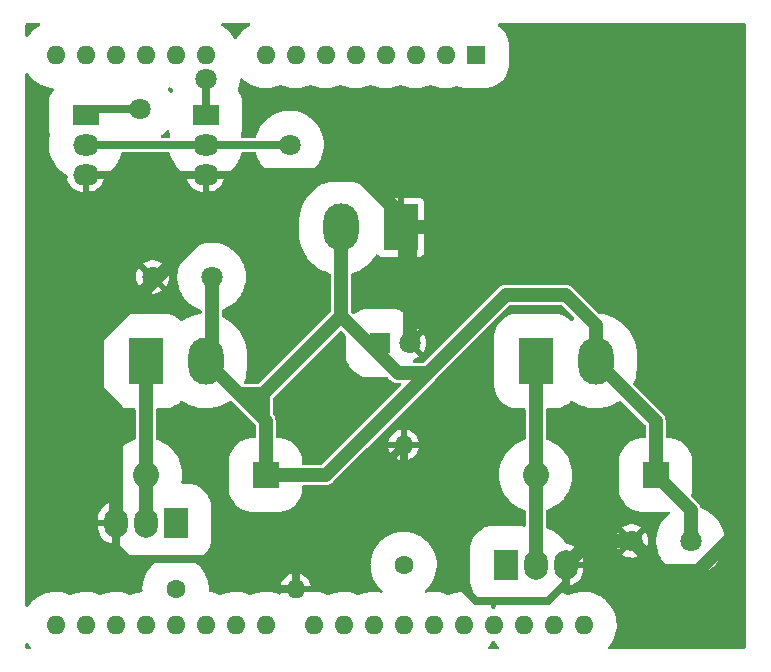
<source format=gbr>
G04 #@! TF.GenerationSoftware,KiCad,Pcbnew,(6.0.4)*
G04 #@! TF.CreationDate,2023-05-26T09:54:04+02:00*
G04 #@! TF.ProjectId,Kicad-TemplateProjet,4b696361-642d-4546-956d-706c61746550,rev?*
G04 #@! TF.SameCoordinates,Original*
G04 #@! TF.FileFunction,Copper,L2,Bot*
G04 #@! TF.FilePolarity,Positive*
%FSLAX46Y46*%
G04 Gerber Fmt 4.6, Leading zero omitted, Abs format (unit mm)*
G04 Created by KiCad (PCBNEW (6.0.4)) date 2023-05-26 09:54:04*
%MOMM*%
%LPD*%
G01*
G04 APERTURE LIST*
G04 #@! TA.AperFunction,ComponentPad*
%ADD10R,1.800000X1.800000*%
G04 #@! TD*
G04 #@! TA.AperFunction,ComponentPad*
%ADD11C,1.800000*%
G04 #@! TD*
G04 #@! TA.AperFunction,ComponentPad*
%ADD12R,1.600000X1.600000*%
G04 #@! TD*
G04 #@! TA.AperFunction,ComponentPad*
%ADD13O,1.600000X1.600000*%
G04 #@! TD*
G04 #@! TA.AperFunction,ComponentPad*
%ADD14C,1.600000*%
G04 #@! TD*
G04 #@! TA.AperFunction,ComponentPad*
%ADD15R,3.000000X4.000000*%
G04 #@! TD*
G04 #@! TA.AperFunction,ComponentPad*
%ADD16O,3.000000X4.000000*%
G04 #@! TD*
G04 #@! TA.AperFunction,ComponentPad*
%ADD17R,2.200000X1.800000*%
G04 #@! TD*
G04 #@! TA.AperFunction,ComponentPad*
%ADD18O,2.200000X1.800000*%
G04 #@! TD*
G04 #@! TA.AperFunction,ComponentPad*
%ADD19R,2.200000X2.200000*%
G04 #@! TD*
G04 #@! TA.AperFunction,ComponentPad*
%ADD20O,2.200000X2.200000*%
G04 #@! TD*
G04 #@! TA.AperFunction,ComponentPad*
%ADD21R,2.000000X2.600000*%
G04 #@! TD*
G04 #@! TA.AperFunction,ComponentPad*
%ADD22O,2.000000X2.500000*%
G04 #@! TD*
G04 #@! TA.AperFunction,ViaPad*
%ADD23C,1.800000*%
G04 #@! TD*
G04 #@! TA.AperFunction,Conductor*
%ADD24C,0.700000*%
G04 #@! TD*
G04 #@! TA.AperFunction,Conductor*
%ADD25C,1.200000*%
G04 #@! TD*
G04 #@! TA.AperFunction,Conductor*
%ADD26C,1.600000*%
G04 #@! TD*
G04 APERTURE END LIST*
D10*
X126532000Y-100584000D03*
D11*
X129032000Y-100584000D03*
X112268000Y-94996000D03*
X107268000Y-94996000D03*
X152828000Y-117348000D03*
X147828000Y-117348000D03*
D12*
X134620000Y-76200000D03*
D13*
X132080000Y-76200000D03*
X129540000Y-76200000D03*
X127000000Y-76200000D03*
X124460000Y-76200000D03*
X121920000Y-76200000D03*
X119380000Y-76200000D03*
X116840000Y-76200000D03*
X111760000Y-76200000D03*
X109220000Y-76200000D03*
X106680000Y-76200000D03*
X104140000Y-76200000D03*
X101600000Y-76200000D03*
X99060000Y-76200000D03*
X99060000Y-124460000D03*
X101600000Y-124460000D03*
X104140000Y-124460000D03*
X106680000Y-124460000D03*
X109220000Y-124460000D03*
X111760000Y-124460000D03*
X114300000Y-124460000D03*
X116840000Y-124460000D03*
X120900000Y-124460000D03*
X123440000Y-124460000D03*
X125980000Y-124460000D03*
X128520000Y-124460000D03*
X131060000Y-124460000D03*
X133600000Y-124460000D03*
X136140000Y-124460000D03*
X138680000Y-124460000D03*
X141220000Y-124460000D03*
X143760000Y-124460000D03*
D14*
X128524000Y-119380000D03*
D13*
X128524000Y-109220000D03*
D15*
X106680000Y-102110000D03*
D16*
X111760000Y-102110000D03*
D17*
X111760000Y-81280000D03*
D18*
X111760000Y-83820000D03*
X111760000Y-86360000D03*
D19*
X149860000Y-111760000D03*
D20*
X139700000Y-111760000D03*
D21*
X137160000Y-119380000D03*
D22*
X139700000Y-119380000D03*
X142240000Y-119380000D03*
D15*
X128270000Y-90805000D03*
D16*
X123190000Y-90805000D03*
D19*
X116840000Y-111760000D03*
D20*
X106680000Y-111760000D03*
D21*
X109220000Y-115824000D03*
D22*
X106680000Y-115824000D03*
X104140000Y-115824000D03*
D14*
X109220000Y-121412000D03*
D13*
X119380000Y-121412000D03*
D15*
X139700000Y-102110000D03*
D16*
X144780000Y-102110000D03*
D17*
X101600000Y-81280000D03*
D18*
X101600000Y-83820000D03*
X101600000Y-86360000D03*
D23*
X118872000Y-83820000D03*
X111760000Y-78232000D03*
X106172000Y-80772000D03*
D24*
X118872000Y-83820000D02*
X111760000Y-83820000D01*
X101600000Y-83820000D02*
X111760000Y-83820000D01*
D25*
X112268000Y-101602000D02*
X111760000Y-102110000D01*
X112268000Y-94996000D02*
X112268000Y-101602000D01*
X126532000Y-100584000D02*
X126492000Y-100584000D01*
X126492000Y-100584000D02*
X125984000Y-101092000D01*
X125984000Y-101092000D02*
X128016000Y-103124000D01*
X123190000Y-98298000D02*
X125984000Y-101092000D01*
X129032000Y-91567000D02*
X128270000Y-90805000D01*
X129032000Y-100584000D02*
X129032000Y-91567000D01*
X128016000Y-103124000D02*
X130556000Y-103124000D01*
X130556000Y-103124000D02*
X137160000Y-96520000D01*
X121920000Y-111760000D02*
X130556000Y-103124000D01*
X116586000Y-104902000D02*
X116585000Y-104903000D01*
X114553000Y-104903000D02*
X111760000Y-102110000D01*
X116585000Y-104903000D02*
X114553000Y-104903000D01*
X115569000Y-105919000D02*
X114553000Y-104903000D01*
X116585000Y-106935000D02*
X116585000Y-104903000D01*
X116585000Y-106935000D02*
X115569000Y-105919000D01*
X123190000Y-98298000D02*
X116586000Y-104902000D01*
X116586000Y-104902000D02*
X115569000Y-105919000D01*
X116840000Y-107190000D02*
X116585000Y-106935000D01*
X123190000Y-90805000D02*
X123190000Y-98298000D01*
X141605000Y-90805000D02*
X128270000Y-90805000D01*
X156464000Y-116840000D02*
X156464000Y-105664000D01*
X156464000Y-105664000D02*
X141605000Y-90805000D01*
X153416000Y-119888000D02*
X156464000Y-116840000D01*
X150368000Y-119888000D02*
X153416000Y-119888000D01*
X147828000Y-117348000D02*
X150368000Y-119888000D01*
X152828000Y-114728000D02*
X149860000Y-111760000D01*
X152828000Y-117348000D02*
X152828000Y-114728000D01*
X144272000Y-117348000D02*
X142240000Y-119380000D01*
X147828000Y-117348000D02*
X144272000Y-117348000D01*
D24*
X142240000Y-120904000D02*
X142240000Y-119380000D01*
X140716000Y-122428000D02*
X142240000Y-120904000D01*
X134620000Y-122428000D02*
X140716000Y-122428000D01*
X133604000Y-121412000D02*
X134620000Y-122428000D01*
X133604000Y-119380000D02*
X133604000Y-121412000D01*
X128524000Y-114300000D02*
X133604000Y-119380000D01*
X128524000Y-109220000D02*
X128524000Y-114300000D01*
X104140000Y-115824000D02*
X104140000Y-117856000D01*
X105156000Y-118872000D02*
X104140000Y-117856000D01*
X117856000Y-121412000D02*
X115316000Y-118872000D01*
X115316000Y-118872000D02*
X105156000Y-118872000D01*
X119380000Y-121412000D02*
X117856000Y-121412000D01*
D25*
X128270000Y-89662000D02*
X128270000Y-90805000D01*
X116332000Y-86360000D02*
X124968000Y-86360000D01*
X102108000Y-100584000D02*
X116332000Y-86360000D01*
X104140000Y-106172000D02*
X102108000Y-104140000D01*
X102108000Y-104140000D02*
X102108000Y-100584000D01*
X124968000Y-86360000D02*
X128270000Y-89662000D01*
X104140000Y-115824000D02*
X104140000Y-106172000D01*
X106680000Y-111760000D02*
X106680000Y-115824000D01*
D24*
X119380000Y-118364000D02*
X119888000Y-117856000D01*
X119380000Y-121412000D02*
X119380000Y-118364000D01*
X119888000Y-117856000D02*
X128524000Y-109220000D01*
X124460000Y-86360000D02*
X128270000Y-90170000D01*
X111760000Y-86360000D02*
X124460000Y-86360000D01*
X128270000Y-90170000D02*
X128270000Y-90805000D01*
X101600000Y-86360000D02*
X111760000Y-86360000D01*
X111760000Y-78232000D02*
X111760000Y-81280000D01*
X106172000Y-80772000D02*
X102108000Y-80772000D01*
X102108000Y-80772000D02*
X101600000Y-81280000D01*
D25*
X106680000Y-102110000D02*
X106680000Y-111760000D01*
X139700000Y-102110000D02*
X139700000Y-111760000D01*
X149860000Y-107190000D02*
X144780000Y-102110000D01*
X149860000Y-111760000D02*
X149860000Y-107190000D01*
X144780000Y-99060000D02*
X144780000Y-102110000D01*
X137160000Y-96520000D02*
X142240000Y-96520000D01*
X142240000Y-96520000D02*
X144780000Y-99060000D01*
X116840000Y-111760000D02*
X116840000Y-107190000D01*
X116840000Y-111760000D02*
X121920000Y-111760000D01*
D26*
X111885000Y-102110000D02*
X111760000Y-102110000D01*
X111760000Y-102110000D02*
X111760000Y-101600000D01*
X144780000Y-102110000D02*
X144780000Y-101610000D01*
D25*
X139700000Y-111760000D02*
X139700000Y-119380000D01*
G04 #@! TA.AperFunction,Conductor*
G36*
X157433621Y-73528502D02*
G01*
X157480114Y-73582158D01*
X157491500Y-73634500D01*
X157491500Y-126365500D01*
X157471498Y-126433621D01*
X157417842Y-126480114D01*
X157365500Y-126491500D01*
X145981572Y-126491500D01*
X145913451Y-126471498D01*
X145866958Y-126417842D01*
X145856854Y-126347568D01*
X145884909Y-126284677D01*
X146009779Y-126135334D01*
X146012101Y-126132557D01*
X146116838Y-125973110D01*
X146187427Y-125865649D01*
X146187432Y-125865640D01*
X146189414Y-125862623D01*
X146261971Y-125718360D01*
X146332900Y-125577334D01*
X146332903Y-125577326D01*
X146334527Y-125574098D01*
X146445517Y-125270805D01*
X146446362Y-125267283D01*
X146446365Y-125267275D01*
X146520064Y-124960295D01*
X146520065Y-124960291D01*
X146520911Y-124956766D01*
X146559710Y-124636143D01*
X146565246Y-124460000D01*
X146546655Y-124137573D01*
X146491128Y-123819420D01*
X146399402Y-123509757D01*
X146272692Y-123212689D01*
X146112677Y-122932154D01*
X146068736Y-122872335D01*
X145923622Y-122674786D01*
X145923620Y-122674783D01*
X145921479Y-122671869D01*
X145701632Y-122435285D01*
X145634415Y-122377876D01*
X145458805Y-122227892D01*
X145456049Y-122225538D01*
X145187986Y-122045407D01*
X145100363Y-122000181D01*
X144904216Y-121898942D01*
X144900996Y-121897280D01*
X144598883Y-121783121D01*
X144595362Y-121782237D01*
X144595357Y-121782235D01*
X144445433Y-121744577D01*
X144285651Y-121704443D01*
X144265805Y-121701830D01*
X143969055Y-121662762D01*
X143969047Y-121662761D01*
X143965451Y-121662288D01*
X143831081Y-121660177D01*
X143646170Y-121657272D01*
X143646166Y-121657272D01*
X143642528Y-121657215D01*
X143638913Y-121657576D01*
X143638908Y-121657576D01*
X143429056Y-121678522D01*
X143321163Y-121689291D01*
X143196147Y-121716549D01*
X143049387Y-121748548D01*
X143005614Y-121758092D01*
X143002187Y-121759265D01*
X143002181Y-121759267D01*
X142703495Y-121861530D01*
X142703490Y-121861532D01*
X142700064Y-121862705D01*
X142696796Y-121864264D01*
X142696788Y-121864267D01*
X142545483Y-121936436D01*
X142475387Y-121947709D01*
X142433449Y-121934676D01*
X142364216Y-121898942D01*
X142360996Y-121897280D01*
X142058883Y-121783121D01*
X142055362Y-121782237D01*
X142055357Y-121782235D01*
X142051462Y-121781257D01*
X141990266Y-121745263D01*
X141958245Y-121681897D01*
X141965565Y-121611279D01*
X141983003Y-121581307D01*
X142165794Y-121348185D01*
X142165795Y-121348183D01*
X142168034Y-121345328D01*
X142169926Y-121342240D01*
X142169934Y-121342229D01*
X142260592Y-121194287D01*
X142313240Y-121146655D01*
X142353543Y-121134956D01*
X142528831Y-121114675D01*
X142538725Y-121112716D01*
X142762494Y-121049396D01*
X142771938Y-121045884D01*
X142982705Y-120947601D01*
X142991471Y-120942622D01*
X143183802Y-120811913D01*
X143191677Y-120805581D01*
X143360626Y-120645814D01*
X143367387Y-120638305D01*
X143508625Y-120453574D01*
X143514089Y-120445095D01*
X143623978Y-120240153D01*
X143628020Y-120230901D01*
X143703727Y-120011029D01*
X143706236Y-120001257D01*
X143746004Y-119771029D01*
X143746859Y-119763157D01*
X143747936Y-119739449D01*
X143748000Y-119736616D01*
X143748000Y-119652115D01*
X143743525Y-119636876D01*
X143742135Y-119635671D01*
X143734452Y-119634000D01*
X142826500Y-119634000D01*
X142758379Y-119613998D01*
X142711886Y-119560342D01*
X142700500Y-119508000D01*
X142700500Y-119252000D01*
X142720502Y-119183879D01*
X142774158Y-119137386D01*
X142826500Y-119126000D01*
X143729885Y-119126000D01*
X143745124Y-119121525D01*
X143746329Y-119120135D01*
X143748000Y-119112452D01*
X143748000Y-119071544D01*
X143747798Y-119066512D01*
X143733850Y-118893157D01*
X143732238Y-118883204D01*
X143676767Y-118657367D01*
X143673584Y-118647797D01*
X143614840Y-118509406D01*
X147031423Y-118509406D01*
X147036704Y-118516461D01*
X147213080Y-118619527D01*
X147222363Y-118623974D01*
X147429003Y-118702883D01*
X147438901Y-118705759D01*
X147655653Y-118749857D01*
X147665883Y-118751076D01*
X147886914Y-118759182D01*
X147897223Y-118758714D01*
X148116623Y-118730608D01*
X148126688Y-118728468D01*
X148338557Y-118664905D01*
X148348152Y-118661144D01*
X148546778Y-118563838D01*
X148555636Y-118558559D01*
X148613097Y-118517572D01*
X148621497Y-118506874D01*
X148614510Y-118493721D01*
X147840811Y-117720021D01*
X147826868Y-117712408D01*
X147825034Y-117712539D01*
X147818420Y-117716790D01*
X147038180Y-118497031D01*
X147031423Y-118509406D01*
X143614840Y-118509406D01*
X143582720Y-118433735D01*
X143578045Y-118424793D01*
X143454126Y-118228013D01*
X143448086Y-118219940D01*
X143294297Y-118045500D01*
X143287044Y-118038496D01*
X143107346Y-117890890D01*
X143099064Y-117885134D01*
X142898081Y-117768159D01*
X142888976Y-117763797D01*
X142671885Y-117680463D01*
X142662196Y-117677612D01*
X142434570Y-117630059D01*
X142424563Y-117628794D01*
X142364110Y-117626050D01*
X142296966Y-117602979D01*
X142260376Y-117562607D01*
X142222492Y-117496188D01*
X142222484Y-117496176D01*
X142220696Y-117493041D01*
X142092584Y-117318638D01*
X146415893Y-117318638D01*
X146428627Y-117539468D01*
X146430061Y-117549670D01*
X146478685Y-117765439D01*
X146481773Y-117775292D01*
X146564986Y-117980220D01*
X146569634Y-117989421D01*
X146658097Y-118133781D01*
X146668553Y-118143242D01*
X146677331Y-118139458D01*
X147455979Y-117360811D01*
X147462356Y-117349132D01*
X148192408Y-117349132D01*
X148192539Y-117350966D01*
X148196790Y-117357580D01*
X148974307Y-118135096D01*
X148986313Y-118141652D01*
X148998052Y-118132684D01*
X149036010Y-118079859D01*
X149041321Y-118071020D01*
X149139318Y-117872737D01*
X149143117Y-117863142D01*
X149207415Y-117651517D01*
X149209594Y-117641436D01*
X149238702Y-117420338D01*
X149239221Y-117413663D01*
X149240744Y-117351364D01*
X149240550Y-117344646D01*
X149222279Y-117122400D01*
X149220596Y-117112238D01*
X149166710Y-116897708D01*
X149163389Y-116887953D01*
X149075193Y-116685118D01*
X149070315Y-116676020D01*
X148997224Y-116563038D01*
X148986538Y-116553835D01*
X148976973Y-116558238D01*
X148200021Y-117335189D01*
X148192408Y-117349132D01*
X147462356Y-117349132D01*
X147463592Y-117346868D01*
X147463461Y-117345034D01*
X147459210Y-117338420D01*
X146681862Y-116561073D01*
X146670330Y-116554776D01*
X146658048Y-116564399D01*
X146602467Y-116645877D01*
X146597379Y-116654833D01*
X146504252Y-116855459D01*
X146500689Y-116865146D01*
X146441581Y-117078280D01*
X146439650Y-117088400D01*
X146416145Y-117308349D01*
X146415893Y-117318638D01*
X142092584Y-117318638D01*
X142015843Y-117214168D01*
X141780295Y-116960688D01*
X141736960Y-116923676D01*
X141570527Y-116781530D01*
X141517174Y-116735962D01*
X141229967Y-116542967D01*
X140922482Y-116384261D01*
X140765363Y-116324891D01*
X140631962Y-116274483D01*
X140575309Y-116231693D01*
X140559487Y-116188711D01*
X147033508Y-116188711D01*
X147040251Y-116201040D01*
X147815189Y-116975979D01*
X147829132Y-116983592D01*
X147830966Y-116983461D01*
X147837580Y-116979210D01*
X148616994Y-116199795D01*
X148624011Y-116186944D01*
X148616237Y-116176274D01*
X148613902Y-116174430D01*
X148605320Y-116168729D01*
X148411678Y-116061833D01*
X148402272Y-116057606D01*
X148193772Y-115983772D01*
X148183809Y-115981140D01*
X147966047Y-115942350D01*
X147955796Y-115941381D01*
X147734616Y-115938679D01*
X147724332Y-115939399D01*
X147505693Y-115972855D01*
X147495666Y-115975244D01*
X147285426Y-116043961D01*
X147275916Y-116047958D01*
X147079725Y-116150089D01*
X147071007Y-116155578D01*
X147041961Y-116177386D01*
X147033508Y-116188711D01*
X140559487Y-116188711D01*
X140550784Y-116165067D01*
X140550500Y-116156617D01*
X140550500Y-114839260D01*
X140570502Y-114771139D01*
X140624158Y-114724646D01*
X140644316Y-114717440D01*
X140656218Y-114714295D01*
X140656217Y-114714295D01*
X140659617Y-114713397D01*
X140982848Y-114588023D01*
X141290090Y-114427401D01*
X141577513Y-114233532D01*
X141630098Y-114188779D01*
X141838861Y-114011107D01*
X141838862Y-114011106D01*
X141841534Y-114008832D01*
X141985227Y-113855815D01*
X142076452Y-113758671D01*
X142076456Y-113758666D01*
X142078863Y-113756103D01*
X142080968Y-113753289D01*
X142080974Y-113753282D01*
X142284432Y-113481313D01*
X142286541Y-113478494D01*
X142291815Y-113469506D01*
X142390216Y-113301784D01*
X142461980Y-113179465D01*
X142494769Y-113105820D01*
X142601562Y-112865961D01*
X142601564Y-112865956D01*
X142602994Y-112862744D01*
X142707824Y-112532278D01*
X142775164Y-112192186D01*
X142804174Y-111846707D01*
X142805385Y-111760000D01*
X142802765Y-111713124D01*
X142786228Y-111417360D01*
X142786032Y-111413846D01*
X142728214Y-111072007D01*
X142717104Y-111033260D01*
X142633621Y-110742122D01*
X142632652Y-110738742D01*
X142546083Y-110528709D01*
X142501875Y-110421452D01*
X142501871Y-110421444D01*
X142500537Y-110418207D01*
X142333516Y-110114397D01*
X142133670Y-109831097D01*
X141903490Y-109571839D01*
X141801342Y-109479865D01*
X141648464Y-109342213D01*
X141648461Y-109342211D01*
X141645846Y-109339856D01*
X141363948Y-109138037D01*
X141360885Y-109136325D01*
X141360880Y-109136322D01*
X141205878Y-109049694D01*
X141061311Y-108968898D01*
X141058066Y-108967534D01*
X141058062Y-108967532D01*
X140744948Y-108835912D01*
X140741706Y-108834549D01*
X140640924Y-108804887D01*
X140581224Y-108766466D01*
X140551771Y-108701867D01*
X140550500Y-108684014D01*
X140550500Y-106236500D01*
X140570502Y-106168379D01*
X140624158Y-106121886D01*
X140676500Y-106110500D01*
X141330050Y-106110500D01*
X141347837Y-106109801D01*
X141353899Y-106109563D01*
X141353901Y-106109563D01*
X141357358Y-106109427D01*
X141360773Y-106108914D01*
X141360779Y-106108913D01*
X141633102Y-106067971D01*
X141633106Y-106067970D01*
X141637510Y-106067308D01*
X141641782Y-106066031D01*
X141641784Y-106066030D01*
X141904666Y-105987412D01*
X141904665Y-105987412D01*
X141908933Y-105986136D01*
X141912973Y-105984273D01*
X141912977Y-105984272D01*
X142162158Y-105869397D01*
X142166210Y-105867529D01*
X142404209Y-105713856D01*
X142599491Y-105544398D01*
X142614822Y-105531094D01*
X142618180Y-105528180D01*
X142627196Y-105517790D01*
X142686951Y-105479451D01*
X142757948Y-105479504D01*
X142789222Y-105493578D01*
X142934333Y-105584429D01*
X143080515Y-105675951D01*
X143415938Y-105839186D01*
X143419077Y-105840319D01*
X143419086Y-105840323D01*
X143607183Y-105908227D01*
X143766808Y-105965853D01*
X143770056Y-105966648D01*
X143770060Y-105966649D01*
X144125898Y-106053722D01*
X144125902Y-106053723D01*
X144129152Y-106054518D01*
X144498865Y-106104176D01*
X144871762Y-106114267D01*
X144875103Y-106114001D01*
X144875107Y-106114001D01*
X145130990Y-106093637D01*
X145243621Y-106084674D01*
X145246900Y-106084057D01*
X145246903Y-106084057D01*
X145606945Y-106016352D01*
X145606953Y-106016350D01*
X145610229Y-106015734D01*
X145967435Y-105908227D01*
X146311195Y-105763371D01*
X146314122Y-105761752D01*
X146314130Y-105761748D01*
X146634680Y-105584429D01*
X146634686Y-105584425D01*
X146637615Y-105582805D01*
X146640353Y-105580884D01*
X146640363Y-105580878D01*
X146793361Y-105473549D01*
X146860615Y-105450802D01*
X146929490Y-105468028D01*
X146954816Y-105487604D01*
X148972595Y-107505383D01*
X149006621Y-107567695D01*
X149009500Y-107594478D01*
X149009500Y-108533500D01*
X148989498Y-108601621D01*
X148935842Y-108648114D01*
X148883500Y-108659500D01*
X148629950Y-108659500D01*
X148612163Y-108660199D01*
X148606101Y-108660437D01*
X148606099Y-108660437D01*
X148602642Y-108660573D01*
X148599227Y-108661086D01*
X148599221Y-108661087D01*
X148326898Y-108702029D01*
X148326894Y-108702030D01*
X148322490Y-108702692D01*
X148318218Y-108703969D01*
X148318216Y-108703970D01*
X148161563Y-108750819D01*
X148051067Y-108783864D01*
X148047027Y-108785727D01*
X148047023Y-108785728D01*
X147804117Y-108897710D01*
X147793790Y-108902471D01*
X147555791Y-109056144D01*
X147341820Y-109241820D01*
X147156144Y-109455791D01*
X147002471Y-109693790D01*
X146883864Y-109951067D01*
X146882588Y-109955334D01*
X146846821Y-110074933D01*
X146802692Y-110222490D01*
X146802030Y-110226894D01*
X146802029Y-110226898D01*
X146773730Y-110415132D01*
X146760573Y-110502642D01*
X146759500Y-110529950D01*
X146759500Y-112990050D01*
X146760573Y-113017358D01*
X146761086Y-113020773D01*
X146761087Y-113020779D01*
X146785401Y-113182503D01*
X146802692Y-113297510D01*
X146883864Y-113568933D01*
X146885727Y-113572973D01*
X146885728Y-113572977D01*
X146970151Y-113756103D01*
X147002471Y-113826210D01*
X147156144Y-114064209D01*
X147159065Y-114067575D01*
X147301099Y-114231253D01*
X147341820Y-114278180D01*
X147555791Y-114463856D01*
X147793790Y-114617529D01*
X147797842Y-114619397D01*
X148047023Y-114734272D01*
X148047027Y-114734273D01*
X148051067Y-114736136D01*
X148055335Y-114737412D01*
X148055334Y-114737412D01*
X148318216Y-114816030D01*
X148318218Y-114816031D01*
X148322490Y-114817308D01*
X148326894Y-114817970D01*
X148326898Y-114817971D01*
X148599221Y-114858913D01*
X148599227Y-114858914D01*
X148602642Y-114859427D01*
X148606099Y-114859563D01*
X148606101Y-114859563D01*
X148612163Y-114859801D01*
X148629950Y-114860500D01*
X150934957Y-114860500D01*
X151003078Y-114880502D01*
X151049571Y-114934158D01*
X151059675Y-115004432D01*
X151030181Y-115069012D01*
X151013738Y-115084833D01*
X150883897Y-115188855D01*
X150648615Y-115426614D01*
X150646374Y-115429472D01*
X150537497Y-115568329D01*
X150442220Y-115689840D01*
X150267447Y-115975043D01*
X150265922Y-115978328D01*
X150265920Y-115978332D01*
X150183646Y-116155578D01*
X150126613Y-116278445D01*
X150099482Y-116360481D01*
X150025970Y-116582762D01*
X150021584Y-116596023D01*
X150020848Y-116599578D01*
X150020847Y-116599581D01*
X149999588Y-116702235D01*
X149953752Y-116923568D01*
X149953429Y-116927190D01*
X149953428Y-116927195D01*
X149936414Y-117117842D01*
X149924018Y-117256739D01*
X149924113Y-117260369D01*
X149924113Y-117260371D01*
X149928041Y-117410389D01*
X149932774Y-117591119D01*
X149933284Y-117594705D01*
X149933285Y-117594713D01*
X149949829Y-117710959D01*
X149979904Y-117922277D01*
X149980823Y-117925780D01*
X149980824Y-117925785D01*
X150037456Y-118141652D01*
X150064785Y-118245823D01*
X150186291Y-118557469D01*
X150187995Y-118560687D01*
X150316682Y-118803734D01*
X150342811Y-118853084D01*
X150344863Y-118856069D01*
X150344868Y-118856078D01*
X150530214Y-119125758D01*
X150530220Y-119125765D01*
X150532271Y-119128750D01*
X150534659Y-119131487D01*
X150749012Y-119377204D01*
X150752160Y-119380813D01*
X150999562Y-119605932D01*
X151002520Y-119608057D01*
X151002523Y-119608060D01*
X151040948Y-119635671D01*
X151271200Y-119801124D01*
X151563473Y-119963801D01*
X151872506Y-120091806D01*
X151876000Y-120092801D01*
X151876002Y-120092802D01*
X152190702Y-120182447D01*
X152190707Y-120182448D01*
X152194203Y-120183444D01*
X152197784Y-120184030D01*
X152197791Y-120184032D01*
X152520721Y-120236914D01*
X152520725Y-120236914D01*
X152524301Y-120237500D01*
X152527927Y-120237671D01*
X152854798Y-120253086D01*
X152854799Y-120253086D01*
X152858425Y-120253257D01*
X152866174Y-120252729D01*
X153188514Y-120230754D01*
X153188522Y-120230753D01*
X153192145Y-120230506D01*
X153195721Y-120229843D01*
X153195723Y-120229843D01*
X153517474Y-120170210D01*
X153517478Y-120170209D01*
X153521039Y-120169549D01*
X153840747Y-120071194D01*
X154147031Y-119936745D01*
X154382755Y-119798999D01*
X154432693Y-119769818D01*
X154432695Y-119769817D01*
X154435833Y-119767983D01*
X154590154Y-119652115D01*
X154700416Y-119569328D01*
X154700420Y-119569325D01*
X154703323Y-119567145D01*
X154945957Y-119336894D01*
X155160519Y-119080281D01*
X155166258Y-119071544D01*
X155342177Y-118803734D01*
X155342182Y-118803725D01*
X155344164Y-118800708D01*
X155435289Y-118619527D01*
X155492832Y-118505116D01*
X155492835Y-118505108D01*
X155494459Y-118501880D01*
X155495704Y-118498478D01*
X155608163Y-118191170D01*
X155608166Y-118191160D01*
X155609411Y-118187758D01*
X155610256Y-118184236D01*
X155610259Y-118184228D01*
X155686651Y-117866034D01*
X155686652Y-117866030D01*
X155687498Y-117862505D01*
X155697602Y-117779008D01*
X155727347Y-117533212D01*
X155727348Y-117533205D01*
X155727683Y-117530433D01*
X155727940Y-117522277D01*
X155733328Y-117350797D01*
X155733416Y-117348000D01*
X155732864Y-117338420D01*
X155714370Y-117017680D01*
X155714369Y-117017675D01*
X155714161Y-117014060D01*
X155698368Y-116923568D01*
X155657276Y-116688119D01*
X155657274Y-116688112D01*
X155656652Y-116684546D01*
X155655089Y-116679267D01*
X155578128Y-116419453D01*
X155561650Y-116363825D01*
X155518197Y-116261950D01*
X155471970Y-116153575D01*
X155430415Y-116056150D01*
X155425743Y-116047958D01*
X155266478Y-115768737D01*
X155264687Y-115765597D01*
X155211310Y-115692932D01*
X155068805Y-115498935D01*
X155068803Y-115498932D01*
X155066662Y-115496018D01*
X154838964Y-115250986D01*
X154584612Y-115033749D01*
X154306977Y-114847186D01*
X154303768Y-114845530D01*
X154303760Y-114845525D01*
X154012959Y-114695432D01*
X154009739Y-114693770D01*
X153728622Y-114587545D01*
X153671969Y-114544755D01*
X153654759Y-114512773D01*
X153631303Y-114448328D01*
X153630285Y-114445423D01*
X153606795Y-114375623D01*
X153606794Y-114375621D01*
X153604617Y-114369152D01*
X153601100Y-114363298D01*
X153599800Y-114360486D01*
X153599618Y-114360043D01*
X153599542Y-114359884D01*
X153599314Y-114359466D01*
X153597951Y-114356697D01*
X153595618Y-114350285D01*
X153591964Y-114344527D01*
X153591961Y-114344521D01*
X153552510Y-114282356D01*
X153550892Y-114279737D01*
X153512959Y-114216607D01*
X153512958Y-114216605D01*
X153509443Y-114210756D01*
X153504754Y-114205797D01*
X153502872Y-114203318D01*
X153502332Y-114202541D01*
X153499375Y-114198631D01*
X153496602Y-114194262D01*
X153492817Y-114190028D01*
X153439311Y-114136522D01*
X153436858Y-114134000D01*
X153387165Y-114081451D01*
X153387163Y-114081449D01*
X153382476Y-114076493D01*
X153376834Y-114072659D01*
X153371634Y-114068233D01*
X153371977Y-114067830D01*
X153364085Y-114061296D01*
X153131532Y-113828743D01*
X152897492Y-113594704D01*
X152863467Y-113532391D01*
X152865870Y-113469508D01*
X152917308Y-113297510D01*
X152934599Y-113182503D01*
X152958913Y-113020779D01*
X152958914Y-113020773D01*
X152959427Y-113017358D01*
X152960500Y-112990050D01*
X152960500Y-110529950D01*
X152959427Y-110502642D01*
X152946271Y-110415132D01*
X152917971Y-110226898D01*
X152917970Y-110226894D01*
X152917308Y-110222490D01*
X152873180Y-110074933D01*
X152837412Y-109955334D01*
X152836136Y-109951067D01*
X152717529Y-109693790D01*
X152563856Y-109455791D01*
X152378180Y-109241820D01*
X152164209Y-109056144D01*
X151926210Y-108902471D01*
X151915883Y-108897710D01*
X151672977Y-108785728D01*
X151672973Y-108785727D01*
X151668933Y-108783864D01*
X151558437Y-108750819D01*
X151401784Y-108703970D01*
X151401782Y-108703969D01*
X151397510Y-108702692D01*
X151393106Y-108702030D01*
X151393102Y-108702029D01*
X151120779Y-108661087D01*
X151120773Y-108661086D01*
X151117358Y-108660573D01*
X151113901Y-108660437D01*
X151113899Y-108660437D01*
X151107837Y-108660199D01*
X151090050Y-108659500D01*
X150836500Y-108659500D01*
X150768379Y-108639498D01*
X150721886Y-108585842D01*
X150710500Y-108533500D01*
X150710500Y-107231062D01*
X150710942Y-107220518D01*
X150714689Y-107175895D01*
X150715260Y-107169098D01*
X150714358Y-107162334D01*
X150704619Y-107089341D01*
X150704249Y-107086287D01*
X150696295Y-107013072D01*
X150696294Y-107013069D01*
X150695558Y-107006291D01*
X150693384Y-106999831D01*
X150692714Y-106996783D01*
X150692633Y-106996322D01*
X150692597Y-106996171D01*
X150692464Y-106995712D01*
X150691722Y-106992693D01*
X150690820Y-106985931D01*
X150688487Y-106979521D01*
X150688486Y-106979517D01*
X150663303Y-106910329D01*
X150662285Y-106907423D01*
X150638795Y-106837623D01*
X150638794Y-106837621D01*
X150636617Y-106831152D01*
X150633100Y-106825298D01*
X150631800Y-106822486D01*
X150631618Y-106822043D01*
X150631542Y-106821884D01*
X150631314Y-106821466D01*
X150629951Y-106818697D01*
X150627618Y-106812285D01*
X150623964Y-106806527D01*
X150623961Y-106806521D01*
X150584510Y-106744356D01*
X150582892Y-106741737D01*
X150544959Y-106678607D01*
X150544958Y-106678605D01*
X150541443Y-106672756D01*
X150536754Y-106667797D01*
X150534872Y-106665318D01*
X150534332Y-106664541D01*
X150531375Y-106660631D01*
X150528602Y-106656262D01*
X150524817Y-106652028D01*
X150471311Y-106598522D01*
X150468858Y-106596000D01*
X150419165Y-106543451D01*
X150419163Y-106543449D01*
X150414476Y-106538493D01*
X150408834Y-106534659D01*
X150403634Y-106530233D01*
X150403978Y-106529829D01*
X150396082Y-106523293D01*
X148017415Y-104144626D01*
X147983389Y-104082314D01*
X147988454Y-104011499D01*
X147991810Y-104003379D01*
X148042397Y-103892119D01*
X148043786Y-103889064D01*
X148056736Y-103850023D01*
X148090679Y-103747688D01*
X148161225Y-103534999D01*
X148172190Y-103484500D01*
X148239663Y-103173736D01*
X148240375Y-103170458D01*
X148280338Y-102799572D01*
X148280500Y-102793586D01*
X148280500Y-101516761D01*
X148269926Y-101318304D01*
X148265798Y-101240827D01*
X148265797Y-101240818D01*
X148265620Y-101237495D01*
X148206300Y-100869208D01*
X148204161Y-100861360D01*
X148109066Y-100512555D01*
X148109066Y-100512554D01*
X148108181Y-100509309D01*
X147972372Y-100161876D01*
X147871504Y-99967696D01*
X147801956Y-99833811D01*
X147801954Y-99833808D01*
X147800413Y-99830841D01*
X147594251Y-99519953D01*
X147367621Y-99246490D01*
X147358362Y-99235317D01*
X147358357Y-99235311D01*
X147356220Y-99232733D01*
X147353811Y-99230386D01*
X147091417Y-98974773D01*
X147091408Y-98974765D01*
X147089015Y-98972434D01*
X146857424Y-98790516D01*
X146798301Y-98744074D01*
X146798299Y-98744072D01*
X146795663Y-98742002D01*
X146601361Y-98620353D01*
X146482330Y-98545830D01*
X146482327Y-98545828D01*
X146479485Y-98544049D01*
X146144062Y-98380814D01*
X146140923Y-98379681D01*
X146140914Y-98379677D01*
X145825526Y-98265820D01*
X145793192Y-98254147D01*
X145789944Y-98253352D01*
X145789940Y-98253351D01*
X145434102Y-98166278D01*
X145434098Y-98166277D01*
X145430848Y-98165482D01*
X145242381Y-98140168D01*
X145077324Y-98117998D01*
X145012472Y-98089105D01*
X145005002Y-98082214D01*
X142870438Y-95947650D01*
X142863295Y-95939883D01*
X142834386Y-95905674D01*
X142829980Y-95900460D01*
X142816718Y-95890320D01*
X142766071Y-95851598D01*
X142763647Y-95849698D01*
X142706247Y-95803546D01*
X142706244Y-95803544D01*
X142700927Y-95799269D01*
X142694810Y-95796232D01*
X142692198Y-95794562D01*
X142691804Y-95794286D01*
X142691680Y-95794209D01*
X142691258Y-95793977D01*
X142688605Y-95792370D01*
X142683180Y-95788223D01*
X142610262Y-95754221D01*
X142607495Y-95752890D01*
X142541520Y-95720139D01*
X142541516Y-95720137D01*
X142535407Y-95717105D01*
X142528782Y-95715453D01*
X142525879Y-95714385D01*
X142525427Y-95714197D01*
X142525292Y-95714149D01*
X142524833Y-95714014D01*
X142521892Y-95713013D01*
X142515703Y-95710127D01*
X142493246Y-95705107D01*
X142437169Y-95692573D01*
X142434172Y-95691864D01*
X142362728Y-95674051D01*
X142362727Y-95674051D01*
X142356106Y-95672400D01*
X142349286Y-95672210D01*
X142346208Y-95671788D01*
X142345291Y-95671623D01*
X142340415Y-95670946D01*
X142335363Y-95669817D01*
X142329693Y-95669500D01*
X142254036Y-95669500D01*
X142250518Y-95669451D01*
X142248788Y-95669403D01*
X142171389Y-95667241D01*
X142164683Y-95668520D01*
X142157886Y-95669067D01*
X142157843Y-95668538D01*
X142147637Y-95669500D01*
X137201062Y-95669500D01*
X137190521Y-95669058D01*
X137139098Y-95664740D01*
X137132338Y-95665642D01*
X137132334Y-95665642D01*
X137059341Y-95675381D01*
X137056287Y-95675751D01*
X136983072Y-95683705D01*
X136983069Y-95683706D01*
X136976291Y-95684442D01*
X136969831Y-95686616D01*
X136966783Y-95687286D01*
X136966322Y-95687367D01*
X136966171Y-95687403D01*
X136965712Y-95687536D01*
X136962693Y-95688278D01*
X136955931Y-95689180D01*
X136949521Y-95691513D01*
X136949517Y-95691514D01*
X136880329Y-95716697D01*
X136877423Y-95717715D01*
X136807623Y-95741205D01*
X136807621Y-95741206D01*
X136801152Y-95743383D01*
X136795298Y-95746900D01*
X136792486Y-95748200D01*
X136792043Y-95748382D01*
X136791884Y-95748458D01*
X136791466Y-95748686D01*
X136788697Y-95750049D01*
X136782285Y-95752382D01*
X136776528Y-95756036D01*
X136776527Y-95756036D01*
X136714330Y-95795507D01*
X136711738Y-95797108D01*
X136642756Y-95838557D01*
X136637801Y-95843243D01*
X136635331Y-95845118D01*
X136634552Y-95845659D01*
X136630628Y-95848627D01*
X136626261Y-95851398D01*
X136622028Y-95855183D01*
X136568522Y-95908689D01*
X136566000Y-95911142D01*
X136508493Y-95965524D01*
X136504659Y-95971166D01*
X136500233Y-95976366D01*
X136499829Y-95976022D01*
X136493293Y-95983918D01*
X130240617Y-102236595D01*
X130178305Y-102270621D01*
X130151522Y-102273500D01*
X129453237Y-102273500D01*
X129385116Y-102253498D01*
X129338623Y-102199842D01*
X129328519Y-102129568D01*
X129332520Y-102111399D01*
X129361513Y-102014451D01*
X129400194Y-101954917D01*
X129446023Y-101929866D01*
X129542557Y-101900905D01*
X129552152Y-101897144D01*
X129750778Y-101799838D01*
X129759636Y-101794559D01*
X129817097Y-101753572D01*
X129825497Y-101742874D01*
X129818509Y-101729720D01*
X129469405Y-101380616D01*
X129435379Y-101318304D01*
X129432500Y-101291521D01*
X129432500Y-100929481D01*
X129452502Y-100861360D01*
X129506158Y-100814867D01*
X129576432Y-100804763D01*
X129641012Y-100834257D01*
X129647595Y-100840385D01*
X130178307Y-101371096D01*
X130190313Y-101377652D01*
X130202052Y-101368684D01*
X130240010Y-101315859D01*
X130245321Y-101307020D01*
X130343318Y-101108737D01*
X130347117Y-101099142D01*
X130411415Y-100887517D01*
X130413594Y-100877436D01*
X130442702Y-100656338D01*
X130443221Y-100649663D01*
X130444744Y-100587364D01*
X130444550Y-100580646D01*
X130426279Y-100358400D01*
X130424596Y-100348238D01*
X130370710Y-100133708D01*
X130367389Y-100123953D01*
X130279193Y-99921118D01*
X130274315Y-99912020D01*
X130201224Y-99799038D01*
X130190538Y-99789835D01*
X130180973Y-99794238D01*
X129647595Y-100327615D01*
X129585283Y-100361640D01*
X129514467Y-100356575D01*
X129457632Y-100314028D01*
X129432821Y-100247508D01*
X129432500Y-100238519D01*
X129432500Y-99876479D01*
X129452502Y-99808358D01*
X129469405Y-99787384D01*
X129820990Y-99435799D01*
X129828010Y-99422943D01*
X129820236Y-99412273D01*
X129817902Y-99410430D01*
X129809320Y-99404729D01*
X129615678Y-99297833D01*
X129606273Y-99293606D01*
X129439691Y-99234617D01*
X129382154Y-99193023D01*
X129361033Y-99151945D01*
X129357474Y-99140042D01*
X129346096Y-99101997D01*
X129309414Y-98979338D01*
X129309411Y-98979329D01*
X129308136Y-98975067D01*
X129274648Y-98902425D01*
X129191397Y-98721842D01*
X129189529Y-98717790D01*
X129172761Y-98691820D01*
X129084133Y-98554559D01*
X129035856Y-98479791D01*
X128850180Y-98265820D01*
X128636209Y-98080144D01*
X128398210Y-97926471D01*
X128326739Y-97893522D01*
X128144977Y-97809728D01*
X128144973Y-97809727D01*
X128140933Y-97807864D01*
X127919838Y-97741743D01*
X127873784Y-97727970D01*
X127873782Y-97727969D01*
X127869510Y-97726692D01*
X127865106Y-97726030D01*
X127865102Y-97726029D01*
X127592779Y-97685087D01*
X127592773Y-97685086D01*
X127589358Y-97684573D01*
X127585901Y-97684437D01*
X127585899Y-97684437D01*
X127579837Y-97684199D01*
X127562050Y-97683500D01*
X125501950Y-97683500D01*
X125484163Y-97684199D01*
X125478101Y-97684437D01*
X125478099Y-97684437D01*
X125474642Y-97684573D01*
X125471227Y-97685086D01*
X125471221Y-97685087D01*
X125198898Y-97726029D01*
X125198894Y-97726030D01*
X125194490Y-97726692D01*
X125190218Y-97727969D01*
X125190216Y-97727970D01*
X125144162Y-97741743D01*
X124923067Y-97807864D01*
X124919027Y-97809727D01*
X124919023Y-97809728D01*
X124737261Y-97893522D01*
X124665790Y-97926471D01*
X124427791Y-98080144D01*
X124381074Y-98120683D01*
X124316517Y-98150221D01*
X124246236Y-98140168D01*
X124209400Y-98114612D01*
X124077405Y-97982617D01*
X124043379Y-97920305D01*
X124040500Y-97893522D01*
X124040500Y-94798294D01*
X124060502Y-94730173D01*
X124114158Y-94683680D01*
X124130184Y-94677641D01*
X124377435Y-94603227D01*
X124452566Y-94571568D01*
X124544756Y-94532720D01*
X124721195Y-94458371D01*
X124724122Y-94456752D01*
X124724130Y-94456748D01*
X125044680Y-94279429D01*
X125044686Y-94279425D01*
X125047615Y-94277805D01*
X125090700Y-94247581D01*
X125350242Y-94065511D01*
X125350245Y-94065509D01*
X125353000Y-94063576D01*
X125633890Y-93818107D01*
X125887106Y-93544180D01*
X126109779Y-93244896D01*
X126170159Y-93142595D01*
X126222009Y-93094098D01*
X126291848Y-93081331D01*
X126357503Y-93108349D01*
X126379494Y-93131075D01*
X126401714Y-93160723D01*
X126414276Y-93173285D01*
X126516351Y-93249786D01*
X126531946Y-93258324D01*
X126652394Y-93303478D01*
X126667649Y-93307105D01*
X126718514Y-93312631D01*
X126725328Y-93313000D01*
X127997885Y-93313000D01*
X128013124Y-93308525D01*
X128014329Y-93307135D01*
X128016000Y-93299452D01*
X128016000Y-93294884D01*
X128524000Y-93294884D01*
X128528475Y-93310123D01*
X128529865Y-93311328D01*
X128537548Y-93312999D01*
X129814669Y-93312999D01*
X129821490Y-93312629D01*
X129872352Y-93307105D01*
X129887604Y-93303479D01*
X130008054Y-93258324D01*
X130023649Y-93249786D01*
X130125724Y-93173285D01*
X130138285Y-93160724D01*
X130214786Y-93058649D01*
X130223324Y-93043054D01*
X130268478Y-92922606D01*
X130272105Y-92907351D01*
X130277631Y-92856486D01*
X130278000Y-92849672D01*
X130278000Y-91077115D01*
X130273525Y-91061876D01*
X130272135Y-91060671D01*
X130264452Y-91059000D01*
X128542115Y-91059000D01*
X128526876Y-91063475D01*
X128525671Y-91064865D01*
X128524000Y-91072548D01*
X128524000Y-93294884D01*
X128016000Y-93294884D01*
X128016000Y-90532885D01*
X128524000Y-90532885D01*
X128528475Y-90548124D01*
X128529865Y-90549329D01*
X128537548Y-90551000D01*
X130259884Y-90551000D01*
X130275123Y-90546525D01*
X130276328Y-90545135D01*
X130277999Y-90537452D01*
X130277999Y-88760331D01*
X130277629Y-88753510D01*
X130272105Y-88702648D01*
X130268479Y-88687396D01*
X130223324Y-88566946D01*
X130214786Y-88551351D01*
X130138285Y-88449276D01*
X130125724Y-88436715D01*
X130023649Y-88360214D01*
X130008054Y-88351676D01*
X129887606Y-88306522D01*
X129872351Y-88302895D01*
X129821486Y-88297369D01*
X129814672Y-88297000D01*
X128542115Y-88297000D01*
X128526876Y-88301475D01*
X128525671Y-88302865D01*
X128524000Y-88310548D01*
X128524000Y-90532885D01*
X128016000Y-90532885D01*
X128016000Y-88315116D01*
X128011525Y-88299877D01*
X128010135Y-88298672D01*
X128002452Y-88297001D01*
X126725331Y-88297001D01*
X126718510Y-88297371D01*
X126667648Y-88302895D01*
X126652396Y-88306521D01*
X126531946Y-88351676D01*
X126516351Y-88360214D01*
X126414276Y-88436715D01*
X126401715Y-88449276D01*
X126380402Y-88477714D01*
X126323543Y-88520229D01*
X126252725Y-88525255D01*
X126190431Y-88491195D01*
X126174567Y-88471785D01*
X126006100Y-88217741D01*
X126006098Y-88217739D01*
X126004251Y-88214953D01*
X125882896Y-88068520D01*
X125768362Y-87930317D01*
X125768357Y-87930311D01*
X125766220Y-87927733D01*
X125629310Y-87794361D01*
X125501417Y-87669773D01*
X125501408Y-87669765D01*
X125499015Y-87667434D01*
X125205663Y-87437002D01*
X124889485Y-87239049D01*
X124554062Y-87075814D01*
X124550923Y-87074681D01*
X124550914Y-87074677D01*
X124297907Y-86983340D01*
X124203192Y-86949147D01*
X124199944Y-86948352D01*
X124199940Y-86948351D01*
X123844102Y-86861278D01*
X123844098Y-86861277D01*
X123840848Y-86860482D01*
X123471135Y-86810824D01*
X123098238Y-86800733D01*
X123094897Y-86800999D01*
X123094893Y-86800999D01*
X122839010Y-86821363D01*
X122726379Y-86830326D01*
X122723100Y-86830943D01*
X122723097Y-86830943D01*
X122363055Y-86898648D01*
X122363047Y-86898650D01*
X122359771Y-86899266D01*
X122002565Y-87006773D01*
X121658805Y-87151629D01*
X121655878Y-87153248D01*
X121655870Y-87153252D01*
X121335320Y-87330571D01*
X121335314Y-87330575D01*
X121332385Y-87332195D01*
X121329638Y-87334122D01*
X121062986Y-87521180D01*
X121027000Y-87546424D01*
X120746110Y-87791893D01*
X120492894Y-88065820D01*
X120270221Y-88365104D01*
X120268517Y-88367990D01*
X120268513Y-88367997D01*
X120082318Y-88683464D01*
X120080612Y-88686355D01*
X119926214Y-89025936D01*
X119808775Y-89380001D01*
X119808067Y-89383261D01*
X119808065Y-89383269D01*
X119759921Y-89605008D01*
X119729625Y-89744542D01*
X119689662Y-90115428D01*
X119689500Y-90121414D01*
X119689500Y-91398239D01*
X119704380Y-91677505D01*
X119763700Y-92045792D01*
X119764580Y-92049022D01*
X119764581Y-92049024D01*
X119844043Y-92340489D01*
X119861819Y-92405691D01*
X119997628Y-92753124D01*
X119999177Y-92756106D01*
X120163290Y-93072036D01*
X120169587Y-93084159D01*
X120171436Y-93086947D01*
X120319433Y-93310123D01*
X120375749Y-93395047D01*
X120432639Y-93463694D01*
X120611638Y-93679683D01*
X120611643Y-93679689D01*
X120613780Y-93682267D01*
X120616187Y-93684611D01*
X120616189Y-93684614D01*
X120878583Y-93940227D01*
X120878592Y-93940235D01*
X120880985Y-93942566D01*
X121174337Y-94172998D01*
X121368639Y-94294647D01*
X121423612Y-94329064D01*
X121490515Y-94370951D01*
X121825938Y-94534186D01*
X121829077Y-94535319D01*
X121829086Y-94535323D01*
X122017183Y-94603227D01*
X122176808Y-94660853D01*
X122180052Y-94661647D01*
X122180056Y-94661648D01*
X122243449Y-94677160D01*
X122304863Y-94712780D01*
X122337270Y-94775949D01*
X122339500Y-94799549D01*
X122339500Y-97893521D01*
X122319498Y-97961642D01*
X122302595Y-97982616D01*
X116269617Y-104015595D01*
X116207305Y-104049621D01*
X116180522Y-104052500D01*
X115144119Y-104052500D01*
X115075998Y-104032498D01*
X115029505Y-103978842D01*
X115019401Y-103908568D01*
X115024526Y-103886832D01*
X115141225Y-103534999D01*
X115152190Y-103484500D01*
X115219663Y-103173736D01*
X115220375Y-103170458D01*
X115260338Y-102799572D01*
X115260500Y-102793586D01*
X115260500Y-101516761D01*
X115249926Y-101318304D01*
X115245798Y-101240827D01*
X115245797Y-101240818D01*
X115245620Y-101237495D01*
X115186300Y-100869208D01*
X115184161Y-100861360D01*
X115089066Y-100512555D01*
X115089066Y-100512554D01*
X115088181Y-100509309D01*
X114952372Y-100161876D01*
X114851504Y-99967696D01*
X114781956Y-99833811D01*
X114781954Y-99833808D01*
X114780413Y-99830841D01*
X114574251Y-99519953D01*
X114347621Y-99246490D01*
X114338362Y-99235317D01*
X114338357Y-99235311D01*
X114336220Y-99232733D01*
X114333811Y-99230386D01*
X114071417Y-98974773D01*
X114071408Y-98974765D01*
X114069015Y-98972434D01*
X113837424Y-98790516D01*
X113778301Y-98744074D01*
X113778299Y-98744072D01*
X113775663Y-98742002D01*
X113581361Y-98620353D01*
X113462330Y-98545830D01*
X113462327Y-98545828D01*
X113459485Y-98544049D01*
X113376627Y-98503726D01*
X113189364Y-98412593D01*
X113136864Y-98364799D01*
X113118500Y-98299297D01*
X113118500Y-97862173D01*
X113138502Y-97794052D01*
X113192158Y-97747559D01*
X113207451Y-97741743D01*
X113252220Y-97727970D01*
X113280747Y-97719194D01*
X113587031Y-97584745D01*
X113875833Y-97415983D01*
X113887258Y-97407405D01*
X114140416Y-97217328D01*
X114140420Y-97217325D01*
X114143323Y-97215145D01*
X114385957Y-96984894D01*
X114600519Y-96728281D01*
X114747793Y-96504078D01*
X114782177Y-96451734D01*
X114782182Y-96451725D01*
X114784164Y-96448708D01*
X114875289Y-96267527D01*
X114932832Y-96153116D01*
X114932835Y-96153108D01*
X114934459Y-96149880D01*
X114935704Y-96146478D01*
X115048163Y-95839170D01*
X115048166Y-95839160D01*
X115049411Y-95835758D01*
X115050256Y-95832236D01*
X115050259Y-95832228D01*
X115126651Y-95514034D01*
X115126652Y-95514030D01*
X115127498Y-95510505D01*
X115139244Y-95413439D01*
X115167347Y-95181212D01*
X115167348Y-95181205D01*
X115167683Y-95178433D01*
X115173416Y-94996000D01*
X115172864Y-94986420D01*
X115154370Y-94665680D01*
X115154369Y-94665675D01*
X115154161Y-94662060D01*
X115143893Y-94603227D01*
X115097276Y-94336119D01*
X115097274Y-94336112D01*
X115096652Y-94332546D01*
X115094127Y-94324020D01*
X115041983Y-94147986D01*
X115001650Y-94011825D01*
X114972109Y-93942566D01*
X114912825Y-93803578D01*
X114870415Y-93704150D01*
X114865743Y-93695958D01*
X114706478Y-93416737D01*
X114704687Y-93413597D01*
X114651310Y-93340932D01*
X114508805Y-93146935D01*
X114508803Y-93146932D01*
X114506662Y-93144018D01*
X114460274Y-93094098D01*
X114392813Y-93021502D01*
X114278964Y-92898986D01*
X114024612Y-92681749D01*
X113746977Y-92495186D01*
X113743768Y-92493530D01*
X113743760Y-92493525D01*
X113452959Y-92343432D01*
X113449739Y-92341770D01*
X113136838Y-92223535D01*
X112812421Y-92142047D01*
X112672973Y-92123688D01*
X112484391Y-92098861D01*
X112484383Y-92098860D01*
X112480787Y-92098387D01*
X112341863Y-92096205D01*
X112149976Y-92093190D01*
X112149972Y-92093190D01*
X112146334Y-92093133D01*
X112142720Y-92093494D01*
X112142713Y-92093494D01*
X111888428Y-92118875D01*
X111813493Y-92126354D01*
X111486676Y-92197612D01*
X111483249Y-92198785D01*
X111483243Y-92198787D01*
X111173646Y-92304786D01*
X111173641Y-92304788D01*
X111170215Y-92305961D01*
X111166947Y-92307520D01*
X111166939Y-92307523D01*
X111013104Y-92380899D01*
X110868305Y-92449965D01*
X110584947Y-92627715D01*
X110582111Y-92629987D01*
X110582104Y-92629992D01*
X110424688Y-92756106D01*
X110323897Y-92836855D01*
X110088615Y-93074614D01*
X109882220Y-93337840D01*
X109707447Y-93623043D01*
X109705922Y-93626328D01*
X109705920Y-93626332D01*
X109614895Y-93822430D01*
X109566613Y-93926445D01*
X109560598Y-93944634D01*
X109472043Y-94212399D01*
X109461584Y-94244023D01*
X109460848Y-94247578D01*
X109460847Y-94247581D01*
X109401258Y-94535323D01*
X109393752Y-94571568D01*
X109393429Y-94575190D01*
X109393428Y-94575195D01*
X109364341Y-94901117D01*
X109364018Y-94904739D01*
X109364113Y-94908369D01*
X109364113Y-94908371D01*
X109366378Y-94994868D01*
X109372774Y-95239119D01*
X109373284Y-95242705D01*
X109373285Y-95242713D01*
X109390036Y-95360408D01*
X109419904Y-95570277D01*
X109420823Y-95573780D01*
X109420824Y-95573785D01*
X109477081Y-95788223D01*
X109504785Y-95893823D01*
X109626291Y-96205469D01*
X109627995Y-96208687D01*
X109756682Y-96451734D01*
X109782811Y-96501084D01*
X109784863Y-96504069D01*
X109784868Y-96504078D01*
X109970214Y-96773758D01*
X109970220Y-96773765D01*
X109972271Y-96776750D01*
X110192160Y-97028813D01*
X110439562Y-97253932D01*
X110711200Y-97449124D01*
X111003473Y-97611801D01*
X111312506Y-97739806D01*
X111315993Y-97740799D01*
X111315995Y-97740800D01*
X111326017Y-97743655D01*
X111386052Y-97781553D01*
X111416068Y-97845892D01*
X111417500Y-97864835D01*
X111417500Y-98009316D01*
X111397498Y-98077437D01*
X111343842Y-98123930D01*
X111303032Y-98134519D01*
X111303045Y-98134616D01*
X111302248Y-98134722D01*
X111301490Y-98134919D01*
X111299716Y-98135060D01*
X111299708Y-98135061D01*
X111296379Y-98135326D01*
X111293100Y-98135943D01*
X111293097Y-98135943D01*
X110933055Y-98203648D01*
X110933047Y-98203650D01*
X110929771Y-98204266D01*
X110572565Y-98311773D01*
X110228805Y-98456629D01*
X110225878Y-98458248D01*
X110225870Y-98458252D01*
X109905320Y-98635571D01*
X109905314Y-98635575D01*
X109902385Y-98637195D01*
X109776862Y-98725250D01*
X109709610Y-98747995D01*
X109640735Y-98730771D01*
X109609340Y-98704680D01*
X109598180Y-98691820D01*
X109384209Y-98506144D01*
X109146210Y-98352471D01*
X109135883Y-98347710D01*
X108892977Y-98235728D01*
X108892973Y-98235727D01*
X108888933Y-98233864D01*
X108662939Y-98166278D01*
X108621784Y-98153970D01*
X108621782Y-98153969D01*
X108617510Y-98152692D01*
X108613106Y-98152030D01*
X108613102Y-98152029D01*
X108340779Y-98111087D01*
X108340773Y-98111086D01*
X108337358Y-98110573D01*
X108333901Y-98110437D01*
X108333899Y-98110437D01*
X108327837Y-98110199D01*
X108310050Y-98109500D01*
X105049950Y-98109500D01*
X105032163Y-98110199D01*
X105026101Y-98110437D01*
X105026099Y-98110437D01*
X105022642Y-98110573D01*
X105019227Y-98111086D01*
X105019221Y-98111087D01*
X104746898Y-98152029D01*
X104746894Y-98152030D01*
X104742490Y-98152692D01*
X104738218Y-98153969D01*
X104738216Y-98153970D01*
X104697061Y-98166278D01*
X104471067Y-98233864D01*
X104467027Y-98235727D01*
X104467023Y-98235728D01*
X104224117Y-98347710D01*
X104213790Y-98352471D01*
X103975791Y-98506144D01*
X103761820Y-98691820D01*
X103576144Y-98905791D01*
X103422471Y-99143790D01*
X103303864Y-99401067D01*
X103222692Y-99672490D01*
X103222030Y-99676894D01*
X103222029Y-99676898D01*
X103182130Y-99942289D01*
X103180573Y-99952642D01*
X103179500Y-99979950D01*
X103179500Y-104240050D01*
X103180573Y-104267358D01*
X103222692Y-104547510D01*
X103303864Y-104818933D01*
X103422471Y-105076210D01*
X103576144Y-105314209D01*
X103761820Y-105528180D01*
X103765178Y-105531094D01*
X103780509Y-105544398D01*
X103975791Y-105713856D01*
X104213790Y-105867529D01*
X104217842Y-105869397D01*
X104467023Y-105984272D01*
X104467027Y-105984273D01*
X104471067Y-105986136D01*
X104475335Y-105987412D01*
X104475334Y-105987412D01*
X104738216Y-106066030D01*
X104738218Y-106066031D01*
X104742490Y-106067308D01*
X104746894Y-106067970D01*
X104746898Y-106067971D01*
X105019221Y-106108913D01*
X105019227Y-106108914D01*
X105022642Y-106109427D01*
X105026099Y-106109563D01*
X105026101Y-106109563D01*
X105032163Y-106109801D01*
X105049950Y-106110500D01*
X105703500Y-106110500D01*
X105771621Y-106130502D01*
X105818114Y-106184158D01*
X105829500Y-106236500D01*
X105829500Y-108682698D01*
X105809498Y-108750819D01*
X105755842Y-108797312D01*
X105737384Y-108804056D01*
X105695169Y-108815843D01*
X105679241Y-108820290D01*
X105518516Y-108885227D01*
X105361055Y-108948845D01*
X105361051Y-108948847D01*
X105357791Y-108950164D01*
X105354704Y-108951833D01*
X105354700Y-108951835D01*
X105323143Y-108968898D01*
X105052822Y-109115060D01*
X104768134Y-109312923D01*
X104765492Y-109315236D01*
X104765488Y-109315239D01*
X104564151Y-109491497D01*
X104507276Y-109541287D01*
X104273499Y-109797306D01*
X104069717Y-110077787D01*
X103898470Y-110379237D01*
X103761893Y-110697896D01*
X103661687Y-111029793D01*
X103599102Y-111370792D01*
X103574918Y-111716642D01*
X103589436Y-112063032D01*
X103609430Y-112192186D01*
X103637160Y-112371311D01*
X103642475Y-112405646D01*
X103643397Y-112409038D01*
X103643397Y-112409040D01*
X103652201Y-112441443D01*
X103733375Y-112740212D01*
X103861001Y-113062560D01*
X104023765Y-113368673D01*
X104025750Y-113371572D01*
X104217645Y-113651829D01*
X104217650Y-113651835D01*
X104219636Y-113654736D01*
X104231662Y-113668668D01*
X104261030Y-113733303D01*
X104250793Y-113803558D01*
X104235433Y-113828743D01*
X104214206Y-113855815D01*
X104211966Y-113858672D01*
X104210074Y-113861760D01*
X104210066Y-113861771D01*
X104119408Y-114009713D01*
X104066760Y-114057345D01*
X104026457Y-114069044D01*
X103851169Y-114089325D01*
X103841275Y-114091284D01*
X103617506Y-114154604D01*
X103608062Y-114158116D01*
X103397295Y-114256399D01*
X103388529Y-114261378D01*
X103196198Y-114392087D01*
X103188323Y-114398419D01*
X103019374Y-114558186D01*
X103012613Y-114565695D01*
X102871375Y-114750426D01*
X102865911Y-114758905D01*
X102756022Y-114963847D01*
X102751980Y-114973099D01*
X102676273Y-115192971D01*
X102673764Y-115202743D01*
X102633996Y-115432971D01*
X102633141Y-115440843D01*
X102632064Y-115464551D01*
X102632000Y-115467384D01*
X102632000Y-115551885D01*
X102636475Y-115567124D01*
X102637865Y-115568329D01*
X102645548Y-115570000D01*
X103553500Y-115570000D01*
X103621621Y-115590002D01*
X103668114Y-115643658D01*
X103679500Y-115696000D01*
X103679500Y-115952000D01*
X103659498Y-116020121D01*
X103605842Y-116066614D01*
X103553500Y-116078000D01*
X102650115Y-116078000D01*
X102634876Y-116082475D01*
X102633671Y-116083865D01*
X102632000Y-116091548D01*
X102632000Y-116132456D01*
X102632202Y-116137488D01*
X102646150Y-116310843D01*
X102647762Y-116320796D01*
X102703233Y-116546633D01*
X102706416Y-116556203D01*
X102797280Y-116770265D01*
X102801955Y-116779207D01*
X102925874Y-116975987D01*
X102931914Y-116984060D01*
X103085703Y-117158500D01*
X103092956Y-117165504D01*
X103272654Y-117313110D01*
X103280936Y-117318866D01*
X103481919Y-117435841D01*
X103491024Y-117440203D01*
X103708115Y-117523537D01*
X103717804Y-117526388D01*
X103945430Y-117573941D01*
X103955437Y-117575206D01*
X104015890Y-117577950D01*
X104083034Y-117601021D01*
X104119624Y-117641393D01*
X104157508Y-117707812D01*
X104157516Y-117707824D01*
X104159304Y-117710959D01*
X104161443Y-117713871D01*
X104161445Y-117713874D01*
X104201322Y-117768159D01*
X104364157Y-117989832D01*
X104599705Y-118243312D01*
X104602459Y-118245664D01*
X104602462Y-118245667D01*
X104721483Y-118347320D01*
X104862826Y-118468038D01*
X105150033Y-118661033D01*
X105457518Y-118819739D01*
X105781207Y-118942050D01*
X106116810Y-119026348D01*
X106242848Y-119042941D01*
X106456272Y-119071039D01*
X106456280Y-119071040D01*
X106459876Y-119071513D01*
X106611009Y-119073888D01*
X106802220Y-119076892D01*
X106802224Y-119076892D01*
X106805861Y-119076949D01*
X106809476Y-119076588D01*
X106809480Y-119076588D01*
X106977354Y-119059831D01*
X107150177Y-119042581D01*
X107153714Y-119041810D01*
X107153719Y-119041809D01*
X107296152Y-119010753D01*
X107378388Y-118992823D01*
X107449205Y-118997854D01*
X107506061Y-119040374D01*
X107530904Y-119106882D01*
X107515845Y-119176264D01*
X107484009Y-119214265D01*
X107345767Y-119325018D01*
X107342924Y-119327296D01*
X107115754Y-119556858D01*
X106916474Y-119811008D01*
X106914581Y-119814097D01*
X106914579Y-119814100D01*
X106838660Y-119937990D01*
X106747727Y-120086379D01*
X106611748Y-120379320D01*
X106610608Y-120382767D01*
X106526097Y-120638305D01*
X106510340Y-120685949D01*
X106509604Y-120689504D01*
X106509603Y-120689507D01*
X106457186Y-120942622D01*
X106444848Y-121002201D01*
X106416138Y-121323885D01*
X106416233Y-121327515D01*
X106416233Y-121327516D01*
X106422160Y-121553873D01*
X106403948Y-121622494D01*
X106351527Y-121670375D01*
X106308718Y-121682548D01*
X106251451Y-121688264D01*
X106241163Y-121689291D01*
X106116147Y-121716549D01*
X105969387Y-121748548D01*
X105925614Y-121758092D01*
X105922187Y-121759265D01*
X105922181Y-121759267D01*
X105623495Y-121861530D01*
X105623490Y-121861532D01*
X105620064Y-121862705D01*
X105616796Y-121864264D01*
X105616788Y-121864267D01*
X105465483Y-121936436D01*
X105395387Y-121947709D01*
X105353449Y-121934676D01*
X105284216Y-121898942D01*
X105280996Y-121897280D01*
X104978883Y-121783121D01*
X104975362Y-121782237D01*
X104975357Y-121782235D01*
X104825433Y-121744577D01*
X104665651Y-121704443D01*
X104645805Y-121701830D01*
X104349055Y-121662762D01*
X104349047Y-121662761D01*
X104345451Y-121662288D01*
X104211081Y-121660177D01*
X104026170Y-121657272D01*
X104026166Y-121657272D01*
X104022528Y-121657215D01*
X104018913Y-121657576D01*
X104018908Y-121657576D01*
X103809056Y-121678522D01*
X103701163Y-121689291D01*
X103576147Y-121716549D01*
X103429387Y-121748548D01*
X103385614Y-121758092D01*
X103382187Y-121759265D01*
X103382181Y-121759267D01*
X103083495Y-121861530D01*
X103083490Y-121861532D01*
X103080064Y-121862705D01*
X103076796Y-121864264D01*
X103076788Y-121864267D01*
X102925483Y-121936436D01*
X102855387Y-121947709D01*
X102813449Y-121934676D01*
X102744216Y-121898942D01*
X102740996Y-121897280D01*
X102438883Y-121783121D01*
X102435362Y-121782237D01*
X102435357Y-121782235D01*
X102285433Y-121744577D01*
X102125651Y-121704443D01*
X102105805Y-121701830D01*
X101809055Y-121662762D01*
X101809047Y-121662761D01*
X101805451Y-121662288D01*
X101671081Y-121660177D01*
X101486170Y-121657272D01*
X101486166Y-121657272D01*
X101482528Y-121657215D01*
X101478913Y-121657576D01*
X101478908Y-121657576D01*
X101269056Y-121678522D01*
X101161163Y-121689291D01*
X101036147Y-121716549D01*
X100889387Y-121748548D01*
X100845614Y-121758092D01*
X100842187Y-121759265D01*
X100842181Y-121759267D01*
X100543495Y-121861530D01*
X100543490Y-121861532D01*
X100540064Y-121862705D01*
X100536796Y-121864264D01*
X100536788Y-121864267D01*
X100385483Y-121936436D01*
X100315387Y-121947709D01*
X100273449Y-121934676D01*
X100204216Y-121898942D01*
X100200996Y-121897280D01*
X99898883Y-121783121D01*
X99895362Y-121782237D01*
X99895357Y-121782235D01*
X99745433Y-121744577D01*
X99585651Y-121704443D01*
X99565805Y-121701830D01*
X99269055Y-121662762D01*
X99269047Y-121662761D01*
X99265451Y-121662288D01*
X99131081Y-121660177D01*
X98946170Y-121657272D01*
X98946166Y-121657272D01*
X98942528Y-121657215D01*
X98938913Y-121657576D01*
X98938908Y-121657576D01*
X98729056Y-121678522D01*
X98621163Y-121689291D01*
X98496147Y-121716549D01*
X98349387Y-121748548D01*
X98305614Y-121758092D01*
X98302187Y-121759265D01*
X98302181Y-121759267D01*
X98003495Y-121861530D01*
X98003490Y-121861532D01*
X98000064Y-121862705D01*
X97996796Y-121864264D01*
X97996788Y-121864267D01*
X97924091Y-121898942D01*
X97708562Y-122001744D01*
X97434974Y-122173366D01*
X97432140Y-122175636D01*
X97432135Y-122175640D01*
X97366914Y-122227892D01*
X97182924Y-122375296D01*
X96955754Y-122604858D01*
X96756474Y-122859008D01*
X96754582Y-122862096D01*
X96754574Y-122862107D01*
X96741933Y-122882736D01*
X96689286Y-122930368D01*
X96619244Y-122941975D01*
X96554046Y-122913872D01*
X96514392Y-122854982D01*
X96508500Y-122816902D01*
X96508500Y-96157406D01*
X106471423Y-96157406D01*
X106476704Y-96164461D01*
X106653080Y-96267527D01*
X106662363Y-96271974D01*
X106869003Y-96350883D01*
X106878901Y-96353759D01*
X107095653Y-96397857D01*
X107105883Y-96399076D01*
X107326914Y-96407182D01*
X107337223Y-96406714D01*
X107556623Y-96378608D01*
X107566688Y-96376468D01*
X107778557Y-96312905D01*
X107788152Y-96309144D01*
X107986778Y-96211838D01*
X107995636Y-96206559D01*
X108053097Y-96165572D01*
X108061497Y-96154874D01*
X108054510Y-96141721D01*
X107280811Y-95368021D01*
X107266868Y-95360408D01*
X107265034Y-95360539D01*
X107258420Y-95364790D01*
X106478180Y-96145031D01*
X106471423Y-96157406D01*
X96508500Y-96157406D01*
X96508500Y-94966638D01*
X105855893Y-94966638D01*
X105868627Y-95187468D01*
X105870061Y-95197670D01*
X105918685Y-95413439D01*
X105921773Y-95423292D01*
X106004986Y-95628220D01*
X106009634Y-95637421D01*
X106098097Y-95781781D01*
X106108553Y-95791242D01*
X106117331Y-95787458D01*
X106895979Y-95008811D01*
X106902356Y-94997132D01*
X107632408Y-94997132D01*
X107632539Y-94998966D01*
X107636790Y-95005580D01*
X108414307Y-95783096D01*
X108426313Y-95789652D01*
X108438052Y-95780684D01*
X108476010Y-95727859D01*
X108481321Y-95719020D01*
X108579318Y-95520737D01*
X108583117Y-95511142D01*
X108647415Y-95299517D01*
X108649594Y-95289436D01*
X108678702Y-95068338D01*
X108679221Y-95061663D01*
X108680744Y-94999364D01*
X108680550Y-94992646D01*
X108662279Y-94770400D01*
X108660596Y-94760238D01*
X108606710Y-94545708D01*
X108603389Y-94535953D01*
X108515193Y-94333118D01*
X108510315Y-94324020D01*
X108437224Y-94211038D01*
X108426538Y-94201835D01*
X108416973Y-94206238D01*
X107640021Y-94983189D01*
X107632408Y-94997132D01*
X106902356Y-94997132D01*
X106903592Y-94994868D01*
X106903461Y-94993034D01*
X106899210Y-94986420D01*
X106121862Y-94209073D01*
X106110330Y-94202776D01*
X106098048Y-94212399D01*
X106042467Y-94293877D01*
X106037379Y-94302833D01*
X105944252Y-94503459D01*
X105940689Y-94513146D01*
X105881581Y-94726280D01*
X105879650Y-94736400D01*
X105856145Y-94956349D01*
X105855893Y-94966638D01*
X96508500Y-94966638D01*
X96508500Y-93836711D01*
X106473508Y-93836711D01*
X106480251Y-93849040D01*
X107255189Y-94623979D01*
X107269132Y-94631592D01*
X107270966Y-94631461D01*
X107277580Y-94627210D01*
X108056994Y-93847795D01*
X108064011Y-93834944D01*
X108056237Y-93824274D01*
X108053902Y-93822430D01*
X108045320Y-93816729D01*
X107851678Y-93709833D01*
X107842272Y-93705606D01*
X107633772Y-93631772D01*
X107623809Y-93629140D01*
X107406047Y-93590350D01*
X107395796Y-93589381D01*
X107174616Y-93586679D01*
X107164332Y-93587399D01*
X106945693Y-93620855D01*
X106935666Y-93623244D01*
X106725426Y-93691961D01*
X106715916Y-93695958D01*
X106519725Y-93798089D01*
X106511007Y-93803578D01*
X106481961Y-93825386D01*
X106473508Y-93836711D01*
X96508500Y-93836711D01*
X96508500Y-77837828D01*
X96528502Y-77769707D01*
X96582158Y-77723214D01*
X96652432Y-77713110D01*
X96717012Y-77742604D01*
X96738340Y-77766461D01*
X96841364Y-77916363D01*
X96841370Y-77916370D01*
X96843421Y-77919355D01*
X97055728Y-78162728D01*
X97294601Y-78380086D01*
X97556874Y-78568548D01*
X97839070Y-78725616D01*
X98137448Y-78849208D01*
X98140942Y-78850203D01*
X98140944Y-78850204D01*
X98444554Y-78936690D01*
X98444559Y-78936691D01*
X98448055Y-78937687D01*
X98623810Y-78966468D01*
X98763192Y-78989293D01*
X98763196Y-78989293D01*
X98766772Y-78989879D01*
X98770398Y-78990050D01*
X98790160Y-78990982D01*
X98857263Y-79014171D01*
X98901176Y-79069957D01*
X98907958Y-79140629D01*
X98890076Y-79185188D01*
X98742471Y-79413790D01*
X98623864Y-79671067D01*
X98542692Y-79942490D01*
X98500573Y-80222642D01*
X98499500Y-80249950D01*
X98499500Y-82310050D01*
X98500573Y-82337358D01*
X98501086Y-82340773D01*
X98501087Y-82340779D01*
X98542029Y-82613102D01*
X98542692Y-82617510D01*
X98543969Y-82621782D01*
X98543970Y-82621784D01*
X98623864Y-82888933D01*
X98622754Y-82889265D01*
X98627730Y-82954853D01*
X98623161Y-82970959D01*
X98611187Y-83004494D01*
X98610360Y-83008091D01*
X98535912Y-83331846D01*
X98535911Y-83331855D01*
X98535087Y-83335436D01*
X98534686Y-83339093D01*
X98534686Y-83339096D01*
X98498520Y-83669326D01*
X98498118Y-83672997D01*
X98500785Y-84012566D01*
X98501244Y-84016225D01*
X98540718Y-84330895D01*
X98543052Y-84349504D01*
X98624340Y-84679210D01*
X98625634Y-84682661D01*
X98625634Y-84682662D01*
X98733531Y-84970478D01*
X98743541Y-84997181D01*
X98899025Y-85299072D01*
X99088670Y-85580762D01*
X99309884Y-85838401D01*
X99559647Y-86068472D01*
X99746051Y-86203654D01*
X99800224Y-86242941D01*
X99834546Y-86267832D01*
X99837765Y-86269635D01*
X99837767Y-86269636D01*
X100046787Y-86386693D01*
X100096449Y-86437430D01*
X100110796Y-86506961D01*
X100085275Y-86573212D01*
X100027986Y-86615148D01*
X100020720Y-86617523D01*
X100019187Y-86617973D01*
X100017662Y-86628580D01*
X100045413Y-86760840D01*
X100048473Y-86771037D01*
X100132315Y-86983340D01*
X100137049Y-86992876D01*
X100255468Y-87188025D01*
X100261734Y-87196618D01*
X100411342Y-87369027D01*
X100418972Y-87376447D01*
X100595488Y-87521180D01*
X100604255Y-87527206D01*
X100802633Y-87640129D01*
X100812297Y-87644595D01*
X101026868Y-87722481D01*
X101037135Y-87725251D01*
X101262932Y-87766081D01*
X101271162Y-87767016D01*
X101290550Y-87767930D01*
X101293526Y-87768000D01*
X101327885Y-87768000D01*
X101343124Y-87763525D01*
X101344329Y-87762135D01*
X101346000Y-87754452D01*
X101346000Y-86846500D01*
X101366002Y-86778379D01*
X101419658Y-86731886D01*
X101472000Y-86720500D01*
X101728000Y-86720500D01*
X101796121Y-86740502D01*
X101842614Y-86794158D01*
X101854000Y-86846500D01*
X101854000Y-87749885D01*
X101858475Y-87765124D01*
X101859865Y-87766329D01*
X101865430Y-87767539D01*
X102032771Y-87753340D01*
X102043259Y-87751548D01*
X102264211Y-87694199D01*
X102274239Y-87690667D01*
X102482363Y-87596915D01*
X102491669Y-87591735D01*
X102681024Y-87464253D01*
X102689307Y-87457594D01*
X102854478Y-87300029D01*
X102861530Y-87292058D01*
X102997790Y-87108918D01*
X103003394Y-87099881D01*
X103106851Y-86896394D01*
X103110852Y-86886541D01*
X103178544Y-86668539D01*
X103180828Y-86658152D01*
X103184300Y-86631957D01*
X103182074Y-86617597D01*
X103122673Y-86579885D01*
X103092823Y-86515468D01*
X103102539Y-86445140D01*
X103154155Y-86387894D01*
X103157514Y-86385943D01*
X103403710Y-86242941D01*
X103406649Y-86240738D01*
X103406654Y-86240735D01*
X103636504Y-86068472D01*
X103675444Y-86039288D01*
X103678225Y-86036644D01*
X103918886Y-85807866D01*
X103918887Y-85807865D01*
X103921562Y-85805322D01*
X104138702Y-85544240D01*
X104140710Y-85541153D01*
X104140715Y-85541147D01*
X104321885Y-85262700D01*
X104321886Y-85262699D01*
X104323898Y-85259606D01*
X104452258Y-85000461D01*
X104472985Y-84958616D01*
X104472988Y-84958609D01*
X104474622Y-84955310D01*
X104588813Y-84635506D01*
X104615773Y-84518262D01*
X104650532Y-84456358D01*
X104713242Y-84423071D01*
X104738568Y-84420500D01*
X108621848Y-84420500D01*
X108689969Y-84440502D01*
X108736462Y-84494158D01*
X108744185Y-84516339D01*
X108783457Y-84675631D01*
X108783460Y-84675641D01*
X108784340Y-84679210D01*
X108785634Y-84682661D01*
X108785634Y-84682662D01*
X108893531Y-84970478D01*
X108903541Y-84997181D01*
X109059025Y-85299072D01*
X109248670Y-85580762D01*
X109469884Y-85838401D01*
X109719647Y-86068472D01*
X109906051Y-86203654D01*
X109960224Y-86242941D01*
X109994546Y-86267832D01*
X109997765Y-86269635D01*
X109997767Y-86269636D01*
X110206787Y-86386693D01*
X110256449Y-86437430D01*
X110270796Y-86506961D01*
X110245275Y-86573212D01*
X110187986Y-86615148D01*
X110180720Y-86617523D01*
X110179187Y-86617973D01*
X110177662Y-86628580D01*
X110205413Y-86760840D01*
X110208473Y-86771037D01*
X110292315Y-86983340D01*
X110297049Y-86992876D01*
X110415468Y-87188025D01*
X110421734Y-87196618D01*
X110571342Y-87369027D01*
X110578972Y-87376447D01*
X110755488Y-87521180D01*
X110764255Y-87527206D01*
X110962633Y-87640129D01*
X110972297Y-87644595D01*
X111186868Y-87722481D01*
X111197135Y-87725251D01*
X111422932Y-87766081D01*
X111431162Y-87767016D01*
X111450550Y-87767930D01*
X111453526Y-87768000D01*
X111487885Y-87768000D01*
X111503124Y-87763525D01*
X111504329Y-87762135D01*
X111506000Y-87754452D01*
X111506000Y-86846500D01*
X111526002Y-86778379D01*
X111579658Y-86731886D01*
X111632000Y-86720500D01*
X111888000Y-86720500D01*
X111956121Y-86740502D01*
X112002614Y-86794158D01*
X112014000Y-86846500D01*
X112014000Y-87749885D01*
X112018475Y-87765124D01*
X112019865Y-87766329D01*
X112025430Y-87767539D01*
X112192771Y-87753340D01*
X112203259Y-87751548D01*
X112424211Y-87694199D01*
X112434239Y-87690667D01*
X112642363Y-87596915D01*
X112651669Y-87591735D01*
X112841024Y-87464253D01*
X112849307Y-87457594D01*
X113014478Y-87300029D01*
X113021530Y-87292058D01*
X113157790Y-87108918D01*
X113163394Y-87099881D01*
X113266851Y-86896394D01*
X113270852Y-86886541D01*
X113338544Y-86668539D01*
X113340828Y-86658152D01*
X113344300Y-86631957D01*
X113342074Y-86617597D01*
X113282673Y-86579885D01*
X113252823Y-86515468D01*
X113262539Y-86445140D01*
X113314155Y-86387894D01*
X113317514Y-86385943D01*
X113563710Y-86242941D01*
X113566649Y-86240738D01*
X113566654Y-86240735D01*
X113796504Y-86068472D01*
X113835444Y-86039288D01*
X113838225Y-86036644D01*
X114078886Y-85807866D01*
X114078887Y-85807865D01*
X114081562Y-85805322D01*
X114298702Y-85544240D01*
X114300710Y-85541153D01*
X114300715Y-85541147D01*
X114481885Y-85262700D01*
X114481886Y-85262699D01*
X114483898Y-85259606D01*
X114612258Y-85000461D01*
X114632985Y-84958616D01*
X114632988Y-84958609D01*
X114634622Y-84955310D01*
X114748813Y-84635506D01*
X114775773Y-84518262D01*
X114810532Y-84456358D01*
X114873242Y-84423071D01*
X114898568Y-84420500D01*
X115933575Y-84420500D01*
X116001696Y-84440502D01*
X116048189Y-84494158D01*
X116055449Y-84514521D01*
X116108785Y-84717823D01*
X116230291Y-85029469D01*
X116231995Y-85032687D01*
X116360682Y-85275734D01*
X116386811Y-85325084D01*
X116388863Y-85328069D01*
X116388868Y-85328078D01*
X116574214Y-85597758D01*
X116574220Y-85597765D01*
X116576271Y-85600750D01*
X116578659Y-85603487D01*
X116783588Y-85838401D01*
X116796160Y-85852813D01*
X117043562Y-86077932D01*
X117315200Y-86273124D01*
X117607473Y-86435801D01*
X117916506Y-86563806D01*
X117920000Y-86564801D01*
X117920002Y-86564802D01*
X118234702Y-86654447D01*
X118234707Y-86654448D01*
X118238203Y-86655444D01*
X118241784Y-86656030D01*
X118241791Y-86656032D01*
X118564721Y-86708914D01*
X118564725Y-86708914D01*
X118568301Y-86709500D01*
X118571927Y-86709671D01*
X118898798Y-86725086D01*
X118898799Y-86725086D01*
X118902425Y-86725257D01*
X118910174Y-86724729D01*
X119232514Y-86702754D01*
X119232522Y-86702753D01*
X119236145Y-86702506D01*
X119239721Y-86701843D01*
X119239723Y-86701843D01*
X119561474Y-86642210D01*
X119561478Y-86642209D01*
X119565039Y-86641549D01*
X119884747Y-86543194D01*
X120191031Y-86408745D01*
X120479833Y-86239983D01*
X120698930Y-86075480D01*
X120744416Y-86041328D01*
X120744420Y-86041325D01*
X120747323Y-86039145D01*
X120989957Y-85808894D01*
X121204519Y-85552281D01*
X121351793Y-85328078D01*
X121386177Y-85275734D01*
X121386182Y-85275725D01*
X121388164Y-85272708D01*
X121512205Y-85026081D01*
X121536832Y-84977116D01*
X121536835Y-84977108D01*
X121538459Y-84973880D01*
X121546526Y-84951835D01*
X121652163Y-84663170D01*
X121652166Y-84663160D01*
X121653411Y-84659758D01*
X121654256Y-84656236D01*
X121654259Y-84656228D01*
X121730651Y-84338034D01*
X121730652Y-84338030D01*
X121731498Y-84334505D01*
X121771683Y-84002433D01*
X121777416Y-83820000D01*
X121758161Y-83486060D01*
X121731247Y-83331846D01*
X121701276Y-83160119D01*
X121701274Y-83160112D01*
X121700652Y-83156546D01*
X121697482Y-83145842D01*
X121643728Y-82964375D01*
X121605650Y-82835825D01*
X121572500Y-82758105D01*
X121475838Y-82531487D01*
X121474415Y-82528150D01*
X121460801Y-82504281D01*
X121310478Y-82240737D01*
X121308687Y-82237597D01*
X121255310Y-82164932D01*
X121112805Y-81970935D01*
X121112803Y-81970932D01*
X121110662Y-81968018D01*
X120882964Y-81722986D01*
X120628612Y-81505749D01*
X120350977Y-81319186D01*
X120347768Y-81317530D01*
X120347760Y-81317525D01*
X120056959Y-81167432D01*
X120053739Y-81165770D01*
X119740838Y-81047535D01*
X119416421Y-80966047D01*
X119276973Y-80947688D01*
X119088391Y-80922861D01*
X119088383Y-80922860D01*
X119084787Y-80922387D01*
X118945863Y-80920205D01*
X118753976Y-80917190D01*
X118753972Y-80917190D01*
X118750334Y-80917133D01*
X118746720Y-80917494D01*
X118746713Y-80917494D01*
X118492428Y-80942875D01*
X118417493Y-80950354D01*
X118090676Y-81021612D01*
X118087249Y-81022785D01*
X118087243Y-81022787D01*
X117777646Y-81128786D01*
X117777641Y-81128788D01*
X117774215Y-81129961D01*
X117770947Y-81131520D01*
X117770939Y-81131523D01*
X117617104Y-81204899D01*
X117472305Y-81273965D01*
X117188947Y-81451715D01*
X117186111Y-81453987D01*
X117186104Y-81453992D01*
X117124020Y-81503731D01*
X116927897Y-81660855D01*
X116692615Y-81898614D01*
X116486220Y-82161840D01*
X116311447Y-82447043D01*
X116309922Y-82450328D01*
X116309920Y-82450332D01*
X116241575Y-82597569D01*
X116170613Y-82750445D01*
X116065584Y-83068023D01*
X116064851Y-83071563D01*
X116064849Y-83071570D01*
X116055016Y-83119052D01*
X116021615Y-83181701D01*
X115959646Y-83216347D01*
X115931634Y-83219500D01*
X114898152Y-83219500D01*
X114830031Y-83199498D01*
X114783538Y-83145842D01*
X114775815Y-83123661D01*
X114761251Y-83064586D01*
X114735660Y-82960790D01*
X114735660Y-82960789D01*
X114736131Y-82960673D01*
X114735126Y-82892168D01*
X114736180Y-82888946D01*
X114736136Y-82888933D01*
X114816030Y-82621784D01*
X114816031Y-82621782D01*
X114817308Y-82617510D01*
X114817971Y-82613102D01*
X114858913Y-82340779D01*
X114858914Y-82340773D01*
X114859427Y-82337358D01*
X114860500Y-82310050D01*
X114860500Y-80249950D01*
X114859427Y-80222642D01*
X114817308Y-79942490D01*
X114736136Y-79671067D01*
X114617529Y-79413790D01*
X114523095Y-79267537D01*
X114502948Y-79199462D01*
X114510621Y-79155894D01*
X114541411Y-79071758D01*
X114542256Y-79068236D01*
X114542259Y-79068228D01*
X114618651Y-78750034D01*
X114618652Y-78750030D01*
X114619498Y-78746505D01*
X114621858Y-78727003D01*
X114659347Y-78417212D01*
X114659347Y-78417205D01*
X114659683Y-78414433D01*
X114663682Y-78287170D01*
X114685814Y-78219712D01*
X114740903Y-78174927D01*
X114811460Y-78167035D01*
X114874420Y-78197935D01*
X115074601Y-78380086D01*
X115336874Y-78568548D01*
X115619070Y-78725616D01*
X115917448Y-78849208D01*
X115920942Y-78850203D01*
X115920944Y-78850204D01*
X116224554Y-78936690D01*
X116224559Y-78936691D01*
X116228055Y-78937687D01*
X116403810Y-78966468D01*
X116543192Y-78989293D01*
X116543196Y-78989293D01*
X116546772Y-78989879D01*
X116550398Y-78990050D01*
X116865749Y-79004921D01*
X116865750Y-79004921D01*
X116869376Y-79005092D01*
X116881707Y-79004251D01*
X117187960Y-78983374D01*
X117187968Y-78983373D01*
X117191591Y-78983126D01*
X117195167Y-78982463D01*
X117195169Y-78982463D01*
X117505580Y-78924932D01*
X117505584Y-78924931D01*
X117509145Y-78924271D01*
X117817830Y-78829307D01*
X118056152Y-78724691D01*
X118126566Y-78715625D01*
X118158995Y-78725797D01*
X118159070Y-78725616D01*
X118161104Y-78726459D01*
X118161109Y-78726461D01*
X118162414Y-78727001D01*
X118162420Y-78727004D01*
X118323001Y-78793518D01*
X118457448Y-78849208D01*
X118460942Y-78850203D01*
X118460944Y-78850204D01*
X118764554Y-78936690D01*
X118764559Y-78936691D01*
X118768055Y-78937687D01*
X118943810Y-78966468D01*
X119083192Y-78989293D01*
X119083196Y-78989293D01*
X119086772Y-78989879D01*
X119090398Y-78990050D01*
X119405749Y-79004921D01*
X119405750Y-79004921D01*
X119409376Y-79005092D01*
X119421707Y-79004251D01*
X119727960Y-78983374D01*
X119727968Y-78983373D01*
X119731591Y-78983126D01*
X119735167Y-78982463D01*
X119735169Y-78982463D01*
X120045580Y-78924932D01*
X120045584Y-78924931D01*
X120049145Y-78924271D01*
X120357830Y-78829307D01*
X120596152Y-78724691D01*
X120666566Y-78715625D01*
X120698995Y-78725797D01*
X120699070Y-78725616D01*
X120701104Y-78726459D01*
X120701109Y-78726461D01*
X120702414Y-78727001D01*
X120702420Y-78727004D01*
X120863001Y-78793518D01*
X120997448Y-78849208D01*
X121000942Y-78850203D01*
X121000944Y-78850204D01*
X121304554Y-78936690D01*
X121304559Y-78936691D01*
X121308055Y-78937687D01*
X121483810Y-78966468D01*
X121623192Y-78989293D01*
X121623196Y-78989293D01*
X121626772Y-78989879D01*
X121630398Y-78990050D01*
X121945749Y-79004921D01*
X121945750Y-79004921D01*
X121949376Y-79005092D01*
X121961707Y-79004251D01*
X122267960Y-78983374D01*
X122267968Y-78983373D01*
X122271591Y-78983126D01*
X122275167Y-78982463D01*
X122275169Y-78982463D01*
X122585580Y-78924932D01*
X122585584Y-78924931D01*
X122589145Y-78924271D01*
X122897830Y-78829307D01*
X123136152Y-78724691D01*
X123206566Y-78715625D01*
X123238995Y-78725797D01*
X123239070Y-78725616D01*
X123241104Y-78726459D01*
X123241109Y-78726461D01*
X123242414Y-78727001D01*
X123242420Y-78727004D01*
X123403001Y-78793518D01*
X123537448Y-78849208D01*
X123540942Y-78850203D01*
X123540944Y-78850204D01*
X123844554Y-78936690D01*
X123844559Y-78936691D01*
X123848055Y-78937687D01*
X124023810Y-78966468D01*
X124163192Y-78989293D01*
X124163196Y-78989293D01*
X124166772Y-78989879D01*
X124170398Y-78990050D01*
X124485749Y-79004921D01*
X124485750Y-79004921D01*
X124489376Y-79005092D01*
X124501707Y-79004251D01*
X124807960Y-78983374D01*
X124807968Y-78983373D01*
X124811591Y-78983126D01*
X124815167Y-78982463D01*
X124815169Y-78982463D01*
X125125580Y-78924932D01*
X125125584Y-78924931D01*
X125129145Y-78924271D01*
X125437830Y-78829307D01*
X125676152Y-78724691D01*
X125746566Y-78715625D01*
X125778995Y-78725797D01*
X125779070Y-78725616D01*
X125781104Y-78726459D01*
X125781109Y-78726461D01*
X125782414Y-78727001D01*
X125782420Y-78727004D01*
X125943001Y-78793518D01*
X126077448Y-78849208D01*
X126080942Y-78850203D01*
X126080944Y-78850204D01*
X126384554Y-78936690D01*
X126384559Y-78936691D01*
X126388055Y-78937687D01*
X126563810Y-78966468D01*
X126703192Y-78989293D01*
X126703196Y-78989293D01*
X126706772Y-78989879D01*
X126710398Y-78990050D01*
X127025749Y-79004921D01*
X127025750Y-79004921D01*
X127029376Y-79005092D01*
X127041707Y-79004251D01*
X127347960Y-78983374D01*
X127347968Y-78983373D01*
X127351591Y-78983126D01*
X127355167Y-78982463D01*
X127355169Y-78982463D01*
X127665580Y-78924932D01*
X127665584Y-78924931D01*
X127669145Y-78924271D01*
X127977830Y-78829307D01*
X128216152Y-78724691D01*
X128286566Y-78715625D01*
X128318995Y-78725797D01*
X128319070Y-78725616D01*
X128321104Y-78726459D01*
X128321109Y-78726461D01*
X128322414Y-78727001D01*
X128322420Y-78727004D01*
X128483001Y-78793518D01*
X128617448Y-78849208D01*
X128620942Y-78850203D01*
X128620944Y-78850204D01*
X128924554Y-78936690D01*
X128924559Y-78936691D01*
X128928055Y-78937687D01*
X129103810Y-78966468D01*
X129243192Y-78989293D01*
X129243196Y-78989293D01*
X129246772Y-78989879D01*
X129250398Y-78990050D01*
X129565749Y-79004921D01*
X129565750Y-79004921D01*
X129569376Y-79005092D01*
X129581707Y-79004251D01*
X129887960Y-78983374D01*
X129887968Y-78983373D01*
X129891591Y-78983126D01*
X129895167Y-78982463D01*
X129895169Y-78982463D01*
X130205580Y-78924932D01*
X130205584Y-78924931D01*
X130209145Y-78924271D01*
X130517830Y-78829307D01*
X130756152Y-78724691D01*
X130826566Y-78715625D01*
X130858995Y-78725797D01*
X130859070Y-78725616D01*
X130861104Y-78726459D01*
X130861109Y-78726461D01*
X130862414Y-78727001D01*
X130862420Y-78727004D01*
X131023001Y-78793518D01*
X131157448Y-78849208D01*
X131160942Y-78850203D01*
X131160944Y-78850204D01*
X131464554Y-78936690D01*
X131464559Y-78936691D01*
X131468055Y-78937687D01*
X131643810Y-78966468D01*
X131783192Y-78989293D01*
X131783196Y-78989293D01*
X131786772Y-78989879D01*
X131790398Y-78990050D01*
X132105749Y-79004921D01*
X132105750Y-79004921D01*
X132109376Y-79005092D01*
X132121707Y-79004251D01*
X132427960Y-78983374D01*
X132427968Y-78983373D01*
X132431591Y-78983126D01*
X132435167Y-78982463D01*
X132435169Y-78982463D01*
X132745580Y-78924932D01*
X132745584Y-78924931D01*
X132749145Y-78924271D01*
X132982789Y-78852393D01*
X133053779Y-78851481D01*
X133072588Y-78858397D01*
X133107023Y-78874272D01*
X133107027Y-78874273D01*
X133111067Y-78876136D01*
X133115335Y-78877412D01*
X133115334Y-78877412D01*
X133378216Y-78956030D01*
X133378218Y-78956031D01*
X133382490Y-78957308D01*
X133386894Y-78957970D01*
X133386898Y-78957971D01*
X133659221Y-78998913D01*
X133659227Y-78998914D01*
X133662642Y-78999427D01*
X133666099Y-78999563D01*
X133666101Y-78999563D01*
X133672163Y-78999801D01*
X133689950Y-79000500D01*
X135550050Y-79000500D01*
X135567837Y-78999801D01*
X135573899Y-78999563D01*
X135573901Y-78999563D01*
X135577358Y-78999427D01*
X135580773Y-78998914D01*
X135580779Y-78998913D01*
X135853102Y-78957971D01*
X135853106Y-78957970D01*
X135857510Y-78957308D01*
X135861782Y-78956031D01*
X135861784Y-78956030D01*
X136124666Y-78877412D01*
X136124665Y-78877412D01*
X136128933Y-78876136D01*
X136132973Y-78874273D01*
X136132977Y-78874272D01*
X136382158Y-78759397D01*
X136386210Y-78757529D01*
X136624209Y-78603856D01*
X136838180Y-78418180D01*
X137023856Y-78204209D01*
X137177529Y-77966210D01*
X137269615Y-77766461D01*
X137294272Y-77712977D01*
X137294273Y-77712973D01*
X137296136Y-77708933D01*
X137377308Y-77437510D01*
X137419427Y-77157358D01*
X137420500Y-77130050D01*
X137420500Y-75269950D01*
X137419427Y-75242642D01*
X137377308Y-74962490D01*
X137350958Y-74874379D01*
X137297412Y-74695334D01*
X137296136Y-74691067D01*
X137286072Y-74669235D01*
X137179397Y-74437842D01*
X137177529Y-74433790D01*
X137023856Y-74195791D01*
X136838180Y-73981820D01*
X136624209Y-73796144D01*
X136539958Y-73741744D01*
X136537802Y-73740352D01*
X136491424Y-73686597D01*
X136481470Y-73616302D01*
X136511101Y-73551784D01*
X136570909Y-73513528D01*
X136606149Y-73508500D01*
X157365500Y-73508500D01*
X157433621Y-73528502D01*
G37*
G04 #@! TD.AperFunction*
G04 #@! TA.AperFunction,Conductor*
G36*
X141903642Y-97390502D02*
G01*
X141924616Y-97407405D01*
X142953430Y-98436219D01*
X142987456Y-98498531D01*
X142982391Y-98569346D01*
X142939844Y-98626182D01*
X142928139Y-98633749D01*
X142928166Y-98633793D01*
X142925323Y-98635570D01*
X142922385Y-98637195D01*
X142796862Y-98725250D01*
X142729610Y-98747995D01*
X142660735Y-98730771D01*
X142629340Y-98704680D01*
X142618180Y-98691820D01*
X142404209Y-98506144D01*
X142166210Y-98352471D01*
X142155883Y-98347710D01*
X141912977Y-98235728D01*
X141912973Y-98235727D01*
X141908933Y-98233864D01*
X141682939Y-98166278D01*
X141641784Y-98153970D01*
X141641782Y-98153969D01*
X141637510Y-98152692D01*
X141633106Y-98152030D01*
X141633102Y-98152029D01*
X141360779Y-98111087D01*
X141360773Y-98111086D01*
X141357358Y-98110573D01*
X141353901Y-98110437D01*
X141353899Y-98110437D01*
X141347837Y-98110199D01*
X141330050Y-98109500D01*
X138069950Y-98109500D01*
X138052163Y-98110199D01*
X138046101Y-98110437D01*
X138046099Y-98110437D01*
X138042642Y-98110573D01*
X138039227Y-98111086D01*
X138039221Y-98111087D01*
X137766898Y-98152029D01*
X137766894Y-98152030D01*
X137762490Y-98152692D01*
X137758218Y-98153969D01*
X137758216Y-98153970D01*
X137717061Y-98166278D01*
X137491067Y-98233864D01*
X137487027Y-98235727D01*
X137487023Y-98235728D01*
X137244117Y-98347710D01*
X137233790Y-98352471D01*
X136995791Y-98506144D01*
X136781820Y-98691820D01*
X136596144Y-98905791D01*
X136442471Y-99143790D01*
X136323864Y-99401067D01*
X136242692Y-99672490D01*
X136242030Y-99676894D01*
X136242029Y-99676898D01*
X136202130Y-99942289D01*
X136200573Y-99952642D01*
X136199500Y-99979950D01*
X136199500Y-104240050D01*
X136200573Y-104267358D01*
X136242692Y-104547510D01*
X136323864Y-104818933D01*
X136442471Y-105076210D01*
X136596144Y-105314209D01*
X136781820Y-105528180D01*
X136785178Y-105531094D01*
X136800509Y-105544398D01*
X136995791Y-105713856D01*
X137233790Y-105867529D01*
X137237842Y-105869397D01*
X137487023Y-105984272D01*
X137487027Y-105984273D01*
X137491067Y-105986136D01*
X137495335Y-105987412D01*
X137495334Y-105987412D01*
X137758216Y-106066030D01*
X137758218Y-106066031D01*
X137762490Y-106067308D01*
X137766894Y-106067970D01*
X137766898Y-106067971D01*
X138039221Y-106108913D01*
X138039227Y-106108914D01*
X138042642Y-106109427D01*
X138046099Y-106109563D01*
X138046101Y-106109563D01*
X138052163Y-106109801D01*
X138069950Y-106110500D01*
X138723500Y-106110500D01*
X138791621Y-106130502D01*
X138838114Y-106184158D01*
X138849500Y-106236500D01*
X138849500Y-108682698D01*
X138829498Y-108750819D01*
X138775842Y-108797312D01*
X138757384Y-108804056D01*
X138715169Y-108815843D01*
X138699241Y-108820290D01*
X138538516Y-108885227D01*
X138381055Y-108948845D01*
X138381051Y-108948847D01*
X138377791Y-108950164D01*
X138374704Y-108951833D01*
X138374700Y-108951835D01*
X138343143Y-108968898D01*
X138072822Y-109115060D01*
X137788134Y-109312923D01*
X137785492Y-109315236D01*
X137785488Y-109315239D01*
X137584151Y-109491497D01*
X137527276Y-109541287D01*
X137293499Y-109797306D01*
X137089717Y-110077787D01*
X136918470Y-110379237D01*
X136781893Y-110697896D01*
X136681687Y-111029793D01*
X136619102Y-111370792D01*
X136594918Y-111716642D01*
X136609436Y-112063032D01*
X136629430Y-112192186D01*
X136657160Y-112371311D01*
X136662475Y-112405646D01*
X136663397Y-112409038D01*
X136663397Y-112409040D01*
X136672201Y-112441443D01*
X136753375Y-112740212D01*
X136881001Y-113062560D01*
X137043765Y-113368673D01*
X137045750Y-113371572D01*
X137237645Y-113651829D01*
X137237650Y-113651835D01*
X137239636Y-113654736D01*
X137466173Y-113917182D01*
X137720553Y-114152740D01*
X137723375Y-114154821D01*
X137723378Y-114154823D01*
X137789155Y-114203318D01*
X137999605Y-114358475D01*
X138002642Y-114360229D01*
X138002646Y-114360231D01*
X138068790Y-114398419D01*
X138299852Y-114531823D01*
X138360195Y-114558186D01*
X138614328Y-114669214D01*
X138614338Y-114669218D01*
X138617550Y-114670621D01*
X138760761Y-114714952D01*
X138819919Y-114754204D01*
X138848466Y-114819208D01*
X138849500Y-114835317D01*
X138849500Y-116028857D01*
X138829498Y-116096978D01*
X138775842Y-116143471D01*
X138705568Y-116153575D01*
X138687398Y-116149574D01*
X138601784Y-116123970D01*
X138601782Y-116123969D01*
X138597510Y-116122692D01*
X138593106Y-116122030D01*
X138593102Y-116122029D01*
X138320779Y-116081087D01*
X138320773Y-116081086D01*
X138317358Y-116080573D01*
X138313901Y-116080437D01*
X138313899Y-116080437D01*
X138307837Y-116080199D01*
X138290050Y-116079500D01*
X136029950Y-116079500D01*
X136012163Y-116080199D01*
X136006101Y-116080437D01*
X136006099Y-116080437D01*
X136002642Y-116080573D01*
X135999227Y-116081086D01*
X135999221Y-116081087D01*
X135726898Y-116122029D01*
X135726894Y-116122030D01*
X135722490Y-116122692D01*
X135718218Y-116123969D01*
X135718216Y-116123970D01*
X135590420Y-116162189D01*
X135451067Y-116203864D01*
X135447027Y-116205727D01*
X135447023Y-116205728D01*
X135289289Y-116278445D01*
X135193790Y-116322471D01*
X134955791Y-116476144D01*
X134833472Y-116582288D01*
X134760193Y-116645877D01*
X134741820Y-116661820D01*
X134556144Y-116875791D01*
X134527596Y-116920004D01*
X134415659Y-117093366D01*
X134402471Y-117113790D01*
X134400603Y-117117842D01*
X134289916Y-117357940D01*
X134283864Y-117371067D01*
X134282588Y-117375334D01*
X134206410Y-117630059D01*
X134202692Y-117642490D01*
X134202030Y-117646894D01*
X134202029Y-117646898D01*
X134165347Y-117890890D01*
X134160573Y-117922642D01*
X134159500Y-117949950D01*
X134159500Y-120810050D01*
X134160573Y-120837358D01*
X134161086Y-120840773D01*
X134161087Y-120840779D01*
X134200374Y-121102092D01*
X134202692Y-121117510D01*
X134283864Y-121388933D01*
X134358863Y-121551616D01*
X134369217Y-121621851D01*
X134339955Y-121686536D01*
X134280366Y-121725133D01*
X134213741Y-121726569D01*
X134161831Y-121713531D01*
X134125651Y-121704443D01*
X134105805Y-121701830D01*
X133809055Y-121662762D01*
X133809047Y-121662761D01*
X133805451Y-121662288D01*
X133671081Y-121660177D01*
X133486170Y-121657272D01*
X133486166Y-121657272D01*
X133482528Y-121657215D01*
X133478913Y-121657576D01*
X133478908Y-121657576D01*
X133269056Y-121678522D01*
X133161163Y-121689291D01*
X133036147Y-121716549D01*
X132889387Y-121748548D01*
X132845614Y-121758092D01*
X132842187Y-121759265D01*
X132842181Y-121759267D01*
X132543495Y-121861530D01*
X132543490Y-121861532D01*
X132540064Y-121862705D01*
X132536796Y-121864264D01*
X132536788Y-121864267D01*
X132385483Y-121936436D01*
X132315387Y-121947709D01*
X132273449Y-121934676D01*
X132204216Y-121898942D01*
X132200996Y-121897280D01*
X131898883Y-121783121D01*
X131895362Y-121782237D01*
X131895357Y-121782235D01*
X131745433Y-121744577D01*
X131585651Y-121704443D01*
X131565805Y-121701830D01*
X131269055Y-121662762D01*
X131269047Y-121662761D01*
X131265451Y-121662288D01*
X131131081Y-121660177D01*
X130946170Y-121657272D01*
X130946166Y-121657272D01*
X130942528Y-121657215D01*
X130938913Y-121657576D01*
X130938908Y-121657576D01*
X130729056Y-121678522D01*
X130621163Y-121689291D01*
X130462125Y-121723967D01*
X130391308Y-121718936D01*
X130334452Y-121676416D01*
X130309609Y-121609908D01*
X130324668Y-121540526D01*
X130348551Y-121509462D01*
X130521686Y-121345162D01*
X130568936Y-121300323D01*
X130776101Y-121052557D01*
X130778089Y-121049531D01*
X130951427Y-120785649D01*
X130951432Y-120785640D01*
X130953414Y-120782623D01*
X131025998Y-120638305D01*
X131096900Y-120497334D01*
X131096903Y-120497326D01*
X131098527Y-120494098D01*
X131187765Y-120250246D01*
X131208269Y-120194216D01*
X131208270Y-120194212D01*
X131209517Y-120190805D01*
X131210362Y-120187283D01*
X131210365Y-120187275D01*
X131284064Y-119880295D01*
X131284065Y-119880291D01*
X131284911Y-119876766D01*
X131292494Y-119814100D01*
X131323374Y-119558922D01*
X131323374Y-119558916D01*
X131323710Y-119556143D01*
X131329246Y-119380000D01*
X131324375Y-119295516D01*
X131310864Y-119061193D01*
X131310863Y-119061188D01*
X131310655Y-119057573D01*
X131258577Y-118759182D01*
X131255752Y-118742993D01*
X131255750Y-118742986D01*
X131255128Y-118739420D01*
X131250838Y-118724935D01*
X131164434Y-118433242D01*
X131163402Y-118429757D01*
X131083454Y-118242320D01*
X131038114Y-118136023D01*
X131036692Y-118132689D01*
X130876677Y-117852154D01*
X130874533Y-117849235D01*
X130687622Y-117594786D01*
X130687620Y-117594783D01*
X130685479Y-117591869D01*
X130661240Y-117565784D01*
X130575555Y-117473577D01*
X130465632Y-117355285D01*
X130460378Y-117350797D01*
X130243426Y-117165504D01*
X130220049Y-117145538D01*
X129951986Y-116965407D01*
X129938281Y-116958333D01*
X129668216Y-116818942D01*
X129664996Y-116817280D01*
X129362883Y-116703121D01*
X129359362Y-116702237D01*
X129359357Y-116702235D01*
X129170639Y-116654833D01*
X129049651Y-116624443D01*
X129029805Y-116621830D01*
X128733055Y-116582762D01*
X128733047Y-116582761D01*
X128729451Y-116582288D01*
X128595081Y-116580177D01*
X128410170Y-116577272D01*
X128410166Y-116577272D01*
X128406528Y-116577215D01*
X128402913Y-116577576D01*
X128402908Y-116577576D01*
X128218093Y-116596023D01*
X128085163Y-116609291D01*
X127769614Y-116678092D01*
X127766187Y-116679265D01*
X127766181Y-116679267D01*
X127467495Y-116781530D01*
X127467490Y-116781532D01*
X127464064Y-116782705D01*
X127460796Y-116784264D01*
X127460788Y-116784267D01*
X127388091Y-116818942D01*
X127172562Y-116921744D01*
X126898974Y-117093366D01*
X126896140Y-117095636D01*
X126896135Y-117095640D01*
X126830914Y-117147892D01*
X126646924Y-117295296D01*
X126419754Y-117524858D01*
X126328345Y-117641436D01*
X126231114Y-117765439D01*
X126220474Y-117779008D01*
X126218581Y-117782097D01*
X126218579Y-117782100D01*
X126163037Y-117872737D01*
X126051727Y-118054379D01*
X125915748Y-118347320D01*
X125914608Y-118350767D01*
X125816375Y-118647797D01*
X125814340Y-118653949D01*
X125813604Y-118657504D01*
X125813603Y-118657507D01*
X125754678Y-118942050D01*
X125748848Y-118970201D01*
X125735000Y-119125366D01*
X125727066Y-119214265D01*
X125720138Y-119291885D01*
X125720233Y-119295515D01*
X125720233Y-119295516D01*
X125722531Y-119383256D01*
X125728592Y-119614737D01*
X125729103Y-119618327D01*
X125729103Y-119618328D01*
X125731571Y-119635671D01*
X125774098Y-119934477D01*
X125856053Y-120246869D01*
X125973369Y-120547770D01*
X125975073Y-120550988D01*
X126111580Y-120808804D01*
X126124493Y-120833193D01*
X126126545Y-120836178D01*
X126126550Y-120836187D01*
X126305364Y-121096363D01*
X126305370Y-121096370D01*
X126307421Y-121099355D01*
X126519728Y-121342728D01*
X126703174Y-121509651D01*
X126740094Y-121570289D01*
X126738371Y-121641264D01*
X126698549Y-121700041D01*
X126633271Y-121727958D01*
X126587677Y-121725046D01*
X126546160Y-121714618D01*
X126505651Y-121704443D01*
X126485805Y-121701830D01*
X126189055Y-121662762D01*
X126189047Y-121662761D01*
X126185451Y-121662288D01*
X126051081Y-121660177D01*
X125866170Y-121657272D01*
X125866166Y-121657272D01*
X125862528Y-121657215D01*
X125858913Y-121657576D01*
X125858908Y-121657576D01*
X125649056Y-121678522D01*
X125541163Y-121689291D01*
X125416147Y-121716549D01*
X125269387Y-121748548D01*
X125225614Y-121758092D01*
X125222187Y-121759265D01*
X125222181Y-121759267D01*
X124923495Y-121861530D01*
X124923490Y-121861532D01*
X124920064Y-121862705D01*
X124916796Y-121864264D01*
X124916788Y-121864267D01*
X124765483Y-121936436D01*
X124695387Y-121947709D01*
X124653449Y-121934676D01*
X124584216Y-121898942D01*
X124580996Y-121897280D01*
X124278883Y-121783121D01*
X124275362Y-121782237D01*
X124275357Y-121782235D01*
X124125433Y-121744577D01*
X123965651Y-121704443D01*
X123945805Y-121701830D01*
X123649055Y-121662762D01*
X123649047Y-121662761D01*
X123645451Y-121662288D01*
X123511081Y-121660177D01*
X123326170Y-121657272D01*
X123326166Y-121657272D01*
X123322528Y-121657215D01*
X123318913Y-121657576D01*
X123318908Y-121657576D01*
X123109056Y-121678522D01*
X123001163Y-121689291D01*
X122876147Y-121716549D01*
X122729387Y-121748548D01*
X122685614Y-121758092D01*
X122682187Y-121759265D01*
X122682181Y-121759267D01*
X122383495Y-121861530D01*
X122383490Y-121861532D01*
X122380064Y-121862705D01*
X122376796Y-121864264D01*
X122376788Y-121864267D01*
X122225483Y-121936436D01*
X122155387Y-121947709D01*
X122113449Y-121934676D01*
X122044216Y-121898942D01*
X122040996Y-121897280D01*
X121738883Y-121783121D01*
X121735362Y-121782237D01*
X121735357Y-121782235D01*
X121585433Y-121744577D01*
X121425651Y-121704443D01*
X121405805Y-121701830D01*
X121109055Y-121662762D01*
X121109047Y-121662761D01*
X121105451Y-121662288D01*
X120971081Y-121660177D01*
X120786170Y-121657272D01*
X120786166Y-121657272D01*
X120782528Y-121657215D01*
X120778912Y-121657576D01*
X120778910Y-121657576D01*
X120760907Y-121659373D01*
X120692477Y-121666203D01*
X120672486Y-121666604D01*
X120662332Y-121666000D01*
X118112033Y-121666000D01*
X118098502Y-121669973D01*
X118097273Y-121678522D01*
X118112001Y-121733487D01*
X118110311Y-121804463D01*
X118070517Y-121863259D01*
X118005252Y-121891207D01*
X117945756Y-121883964D01*
X117933921Y-121879492D01*
X117678883Y-121783121D01*
X117675362Y-121782237D01*
X117675357Y-121782235D01*
X117525433Y-121744577D01*
X117365651Y-121704443D01*
X117345805Y-121701830D01*
X117049055Y-121662762D01*
X117049047Y-121662761D01*
X117045451Y-121662288D01*
X116911081Y-121660177D01*
X116726170Y-121657272D01*
X116726166Y-121657272D01*
X116722528Y-121657215D01*
X116718913Y-121657576D01*
X116718908Y-121657576D01*
X116509056Y-121678522D01*
X116401163Y-121689291D01*
X116276147Y-121716549D01*
X116129387Y-121748548D01*
X116085614Y-121758092D01*
X116082187Y-121759265D01*
X116082181Y-121759267D01*
X115783495Y-121861530D01*
X115783490Y-121861532D01*
X115780064Y-121862705D01*
X115776796Y-121864264D01*
X115776788Y-121864267D01*
X115625483Y-121936436D01*
X115555387Y-121947709D01*
X115513449Y-121934676D01*
X115444216Y-121898942D01*
X115440996Y-121897280D01*
X115138883Y-121783121D01*
X115135362Y-121782237D01*
X115135357Y-121782235D01*
X114985433Y-121744577D01*
X114825651Y-121704443D01*
X114805805Y-121701830D01*
X114509055Y-121662762D01*
X114509047Y-121662761D01*
X114505451Y-121662288D01*
X114371081Y-121660177D01*
X114186170Y-121657272D01*
X114186166Y-121657272D01*
X114182528Y-121657215D01*
X114178913Y-121657576D01*
X114178908Y-121657576D01*
X113969056Y-121678522D01*
X113861163Y-121689291D01*
X113736147Y-121716549D01*
X113589387Y-121748548D01*
X113545614Y-121758092D01*
X113542187Y-121759265D01*
X113542181Y-121759267D01*
X113243495Y-121861530D01*
X113243490Y-121861532D01*
X113240064Y-121862705D01*
X113236796Y-121864264D01*
X113236788Y-121864267D01*
X113085483Y-121936436D01*
X113015387Y-121947709D01*
X112973449Y-121934676D01*
X112904216Y-121898942D01*
X112900996Y-121897280D01*
X112598883Y-121783121D01*
X112595362Y-121782237D01*
X112595357Y-121782235D01*
X112445433Y-121744577D01*
X112285651Y-121704443D01*
X112252214Y-121700041D01*
X112130240Y-121683983D01*
X112065313Y-121655261D01*
X112026221Y-121595996D01*
X112020748Y-121555103D01*
X112021207Y-121540526D01*
X112025246Y-121412000D01*
X112023670Y-121384666D01*
X112009592Y-121140503D01*
X118098606Y-121140503D01*
X118098942Y-121154599D01*
X118106884Y-121158000D01*
X119107885Y-121158000D01*
X119123124Y-121153525D01*
X119124329Y-121152135D01*
X119126000Y-121144452D01*
X119126000Y-121139885D01*
X119634000Y-121139885D01*
X119638475Y-121155124D01*
X119639865Y-121156329D01*
X119647548Y-121158000D01*
X120647967Y-121158000D01*
X120661498Y-121154027D01*
X120662727Y-121145478D01*
X120615236Y-120968239D01*
X120611490Y-120957947D01*
X120519414Y-120760489D01*
X120513931Y-120750993D01*
X120388972Y-120572533D01*
X120381916Y-120564125D01*
X120227875Y-120410084D01*
X120219467Y-120403028D01*
X120041007Y-120278069D01*
X120031511Y-120272586D01*
X119834053Y-120180510D01*
X119823761Y-120176764D01*
X119651497Y-120130606D01*
X119637401Y-120130942D01*
X119634000Y-120138884D01*
X119634000Y-121139885D01*
X119126000Y-121139885D01*
X119126000Y-120144033D01*
X119122027Y-120130502D01*
X119113478Y-120129273D01*
X118936239Y-120176764D01*
X118925947Y-120180510D01*
X118728489Y-120272586D01*
X118718993Y-120278069D01*
X118540533Y-120403028D01*
X118532125Y-120410084D01*
X118378084Y-120564125D01*
X118371028Y-120572533D01*
X118246069Y-120750993D01*
X118240586Y-120760489D01*
X118148510Y-120957947D01*
X118144764Y-120968239D01*
X118098606Y-121140503D01*
X112009592Y-121140503D01*
X112006864Y-121093193D01*
X112006863Y-121093188D01*
X112006655Y-121089573D01*
X111985479Y-120968239D01*
X111951752Y-120774993D01*
X111951750Y-120774986D01*
X111951128Y-120771420D01*
X111945078Y-120750993D01*
X111884880Y-120547770D01*
X111859402Y-120461757D01*
X111836432Y-120407903D01*
X111734114Y-120168023D01*
X111732692Y-120164689D01*
X111572677Y-119884154D01*
X111570533Y-119881235D01*
X111383622Y-119626786D01*
X111383620Y-119626783D01*
X111381479Y-119623869D01*
X111369625Y-119611112D01*
X111164099Y-119389940D01*
X111161632Y-119387285D01*
X111154055Y-119380813D01*
X110935340Y-119194014D01*
X110896530Y-119134564D01*
X110896023Y-119063569D01*
X110933980Y-119003570D01*
X110964418Y-118983777D01*
X110986034Y-118973812D01*
X111186210Y-118881529D01*
X111424209Y-118727856D01*
X111638180Y-118542180D01*
X111823856Y-118328209D01*
X111977529Y-118090210D01*
X112023994Y-117989421D01*
X112094272Y-117836977D01*
X112094273Y-117836973D01*
X112096136Y-117832933D01*
X112141734Y-117680463D01*
X112176030Y-117565784D01*
X112176031Y-117565782D01*
X112177308Y-117561510D01*
X112180622Y-117539468D01*
X112218913Y-117284779D01*
X112218914Y-117284773D01*
X112219427Y-117281358D01*
X112220500Y-117254050D01*
X112220500Y-114393950D01*
X112219427Y-114366642D01*
X112218502Y-114360486D01*
X112177971Y-114090898D01*
X112177970Y-114090894D01*
X112177308Y-114086490D01*
X112169774Y-114061296D01*
X112110103Y-113861771D01*
X112096136Y-113815067D01*
X112090831Y-113803558D01*
X111979397Y-113561842D01*
X111977529Y-113557790D01*
X111823856Y-113319791D01*
X111638180Y-113105820D01*
X111424209Y-112920144D01*
X111186210Y-112766471D01*
X111175883Y-112761710D01*
X110932977Y-112649728D01*
X110932973Y-112649727D01*
X110928933Y-112647864D01*
X110803995Y-112610500D01*
X110661784Y-112567970D01*
X110661782Y-112567969D01*
X110657510Y-112566692D01*
X110653106Y-112566030D01*
X110653102Y-112566029D01*
X110380779Y-112525087D01*
X110380773Y-112525086D01*
X110377358Y-112524573D01*
X110373901Y-112524437D01*
X110373899Y-112524437D01*
X110367837Y-112524199D01*
X110350050Y-112523500D01*
X109842957Y-112523500D01*
X109774836Y-112503498D01*
X109728343Y-112449842D01*
X109719357Y-112373027D01*
X109754478Y-112195653D01*
X109754479Y-112195645D01*
X109755164Y-112192186D01*
X109784174Y-111846707D01*
X109785385Y-111760000D01*
X109782765Y-111713124D01*
X109766228Y-111417360D01*
X109766032Y-111413846D01*
X109708214Y-111072007D01*
X109697104Y-111033260D01*
X109613621Y-110742122D01*
X109612652Y-110738742D01*
X109526083Y-110528709D01*
X109481875Y-110421452D01*
X109481871Y-110421444D01*
X109480537Y-110418207D01*
X109313516Y-110114397D01*
X109113670Y-109831097D01*
X108883490Y-109571839D01*
X108781342Y-109479865D01*
X108628464Y-109342213D01*
X108628461Y-109342211D01*
X108625846Y-109339856D01*
X108343948Y-109138037D01*
X108340885Y-109136325D01*
X108340880Y-109136322D01*
X108185878Y-109049694D01*
X108041311Y-108968898D01*
X108038066Y-108967534D01*
X108038062Y-108967532D01*
X107724948Y-108835912D01*
X107721706Y-108834549D01*
X107620924Y-108804887D01*
X107561224Y-108766466D01*
X107531771Y-108701867D01*
X107530500Y-108684014D01*
X107530500Y-106236500D01*
X107550502Y-106168379D01*
X107604158Y-106121886D01*
X107656500Y-106110500D01*
X108310050Y-106110500D01*
X108327837Y-106109801D01*
X108333899Y-106109563D01*
X108333901Y-106109563D01*
X108337358Y-106109427D01*
X108340773Y-106108914D01*
X108340779Y-106108913D01*
X108613102Y-106067971D01*
X108613106Y-106067970D01*
X108617510Y-106067308D01*
X108621782Y-106066031D01*
X108621784Y-106066030D01*
X108884666Y-105987412D01*
X108884665Y-105987412D01*
X108888933Y-105986136D01*
X108892973Y-105984273D01*
X108892977Y-105984272D01*
X109142158Y-105869397D01*
X109146210Y-105867529D01*
X109384209Y-105713856D01*
X109579491Y-105544398D01*
X109594822Y-105531094D01*
X109598180Y-105528180D01*
X109607196Y-105517790D01*
X109666951Y-105479451D01*
X109737948Y-105479504D01*
X109769222Y-105493578D01*
X109914333Y-105584429D01*
X110060515Y-105675951D01*
X110395938Y-105839186D01*
X110399077Y-105840319D01*
X110399086Y-105840323D01*
X110587183Y-105908227D01*
X110746808Y-105965853D01*
X110750056Y-105966648D01*
X110750060Y-105966649D01*
X111105898Y-106053722D01*
X111105902Y-106053723D01*
X111109152Y-106054518D01*
X111478865Y-106104176D01*
X111851762Y-106114267D01*
X111855103Y-106114001D01*
X111855107Y-106114001D01*
X112110990Y-106093637D01*
X112223621Y-106084674D01*
X112226900Y-106084057D01*
X112226903Y-106084057D01*
X112586945Y-106016352D01*
X112586953Y-106016350D01*
X112590229Y-106015734D01*
X112947435Y-105908227D01*
X113291195Y-105763371D01*
X113294122Y-105761752D01*
X113294130Y-105761748D01*
X113497133Y-105649452D01*
X113617615Y-105582805D01*
X113772168Y-105474385D01*
X113839423Y-105451639D01*
X113908298Y-105468863D01*
X113940767Y-105496208D01*
X113958609Y-105517322D01*
X113958616Y-105517329D01*
X113963020Y-105522540D01*
X113984965Y-105539318D01*
X113997524Y-105550313D01*
X114904175Y-106456963D01*
X114904183Y-106456972D01*
X114910792Y-106463581D01*
X114924142Y-106479323D01*
X114931234Y-106489229D01*
X114936304Y-106493794D01*
X114981056Y-106534089D01*
X114985840Y-106538629D01*
X115920175Y-107472963D01*
X115920183Y-107472972D01*
X115952596Y-107505385D01*
X115986620Y-107567696D01*
X115989500Y-107594479D01*
X115989500Y-108533500D01*
X115969498Y-108601621D01*
X115915842Y-108648114D01*
X115863500Y-108659500D01*
X115609950Y-108659500D01*
X115592163Y-108660199D01*
X115586101Y-108660437D01*
X115586099Y-108660437D01*
X115582642Y-108660573D01*
X115579227Y-108661086D01*
X115579221Y-108661087D01*
X115306898Y-108702029D01*
X115306894Y-108702030D01*
X115302490Y-108702692D01*
X115298218Y-108703969D01*
X115298216Y-108703970D01*
X115141563Y-108750819D01*
X115031067Y-108783864D01*
X115027027Y-108785727D01*
X115027023Y-108785728D01*
X114784117Y-108897710D01*
X114773790Y-108902471D01*
X114535791Y-109056144D01*
X114321820Y-109241820D01*
X114136144Y-109455791D01*
X113982471Y-109693790D01*
X113863864Y-109951067D01*
X113862588Y-109955334D01*
X113826821Y-110074933D01*
X113782692Y-110222490D01*
X113782030Y-110226894D01*
X113782029Y-110226898D01*
X113753730Y-110415132D01*
X113740573Y-110502642D01*
X113739500Y-110529950D01*
X113739500Y-112990050D01*
X113740573Y-113017358D01*
X113741086Y-113020773D01*
X113741087Y-113020779D01*
X113765401Y-113182503D01*
X113782692Y-113297510D01*
X113863864Y-113568933D01*
X113865727Y-113572973D01*
X113865728Y-113572977D01*
X113950151Y-113756103D01*
X113982471Y-113826210D01*
X114136144Y-114064209D01*
X114139065Y-114067575D01*
X114281099Y-114231253D01*
X114321820Y-114278180D01*
X114535791Y-114463856D01*
X114773790Y-114617529D01*
X114777842Y-114619397D01*
X115027023Y-114734272D01*
X115027027Y-114734273D01*
X115031067Y-114736136D01*
X115035335Y-114737412D01*
X115035334Y-114737412D01*
X115298216Y-114816030D01*
X115298218Y-114816031D01*
X115302490Y-114817308D01*
X115306894Y-114817970D01*
X115306898Y-114817971D01*
X115579221Y-114858913D01*
X115579227Y-114858914D01*
X115582642Y-114859427D01*
X115586099Y-114859563D01*
X115586101Y-114859563D01*
X115592163Y-114859801D01*
X115609950Y-114860500D01*
X118070050Y-114860500D01*
X118087837Y-114859801D01*
X118093899Y-114859563D01*
X118093901Y-114859563D01*
X118097358Y-114859427D01*
X118100773Y-114858914D01*
X118100779Y-114858913D01*
X118373102Y-114817971D01*
X118373106Y-114817970D01*
X118377510Y-114817308D01*
X118381782Y-114816031D01*
X118381784Y-114816030D01*
X118644666Y-114737412D01*
X118644665Y-114737412D01*
X118648933Y-114736136D01*
X118652973Y-114734273D01*
X118652977Y-114734272D01*
X118902158Y-114619397D01*
X118906210Y-114617529D01*
X119144209Y-114463856D01*
X119358180Y-114278180D01*
X119398902Y-114231253D01*
X119540935Y-114067575D01*
X119543856Y-114064209D01*
X119697529Y-113826210D01*
X119729849Y-113756103D01*
X119814272Y-113572977D01*
X119814273Y-113572973D01*
X119816136Y-113568933D01*
X119897308Y-113297510D01*
X119914599Y-113182503D01*
X119938913Y-113020779D01*
X119938914Y-113020773D01*
X119939427Y-113017358D01*
X119940500Y-112990050D01*
X119940500Y-112736500D01*
X119960502Y-112668379D01*
X120014158Y-112621886D01*
X120066500Y-112610500D01*
X121878938Y-112610500D01*
X121889479Y-112610942D01*
X121940902Y-112615260D01*
X121947662Y-112614358D01*
X121947666Y-112614358D01*
X122020659Y-112604619D01*
X122023713Y-112604249D01*
X122096928Y-112596295D01*
X122096931Y-112596294D01*
X122103709Y-112595558D01*
X122110169Y-112593384D01*
X122113217Y-112592714D01*
X122113678Y-112592633D01*
X122113829Y-112592597D01*
X122114288Y-112592464D01*
X122117307Y-112591722D01*
X122124069Y-112590820D01*
X122130479Y-112588487D01*
X122130483Y-112588486D01*
X122199671Y-112563303D01*
X122202577Y-112562285D01*
X122272377Y-112538795D01*
X122272379Y-112538794D01*
X122278848Y-112536617D01*
X122284702Y-112533100D01*
X122287514Y-112531800D01*
X122287957Y-112531618D01*
X122288116Y-112531542D01*
X122288534Y-112531314D01*
X122291303Y-112529951D01*
X122297715Y-112527618D01*
X122303473Y-112523964D01*
X122303479Y-112523961D01*
X122365644Y-112484510D01*
X122368263Y-112482892D01*
X122431393Y-112444959D01*
X122431395Y-112444958D01*
X122437244Y-112441443D01*
X122442203Y-112436754D01*
X122444682Y-112434872D01*
X122445459Y-112434332D01*
X122449369Y-112431375D01*
X122453738Y-112428602D01*
X122457972Y-112424817D01*
X122511478Y-112371311D01*
X122514000Y-112368858D01*
X122566549Y-112319165D01*
X122566551Y-112319163D01*
X122571507Y-112314476D01*
X122575341Y-112308834D01*
X122579767Y-112303634D01*
X122580171Y-112303978D01*
X122586707Y-112296082D01*
X125396267Y-109486522D01*
X127241273Y-109486522D01*
X127288764Y-109663761D01*
X127292510Y-109674053D01*
X127384586Y-109871511D01*
X127390069Y-109881007D01*
X127515028Y-110059467D01*
X127522084Y-110067875D01*
X127676125Y-110221916D01*
X127684533Y-110228972D01*
X127862993Y-110353931D01*
X127872489Y-110359414D01*
X128069947Y-110451490D01*
X128080239Y-110455236D01*
X128252503Y-110501394D01*
X128266599Y-110501058D01*
X128270000Y-110493116D01*
X128270000Y-110487967D01*
X128778000Y-110487967D01*
X128781973Y-110501498D01*
X128790522Y-110502727D01*
X128967761Y-110455236D01*
X128978053Y-110451490D01*
X129175511Y-110359414D01*
X129185007Y-110353931D01*
X129363467Y-110228972D01*
X129371875Y-110221916D01*
X129525916Y-110067875D01*
X129532972Y-110059467D01*
X129657931Y-109881007D01*
X129663414Y-109871511D01*
X129755490Y-109674053D01*
X129759236Y-109663761D01*
X129805394Y-109491497D01*
X129805058Y-109477401D01*
X129797116Y-109474000D01*
X128796115Y-109474000D01*
X128780876Y-109478475D01*
X128779671Y-109479865D01*
X128778000Y-109487548D01*
X128778000Y-110487967D01*
X128270000Y-110487967D01*
X128270000Y-109492115D01*
X128265525Y-109476876D01*
X128264135Y-109475671D01*
X128256452Y-109474000D01*
X127256033Y-109474000D01*
X127242502Y-109477973D01*
X127241273Y-109486522D01*
X125396267Y-109486522D01*
X125934286Y-108948503D01*
X127242606Y-108948503D01*
X127242942Y-108962599D01*
X127250884Y-108966000D01*
X128251885Y-108966000D01*
X128267124Y-108961525D01*
X128268329Y-108960135D01*
X128270000Y-108952452D01*
X128270000Y-108947885D01*
X128778000Y-108947885D01*
X128782475Y-108963124D01*
X128783865Y-108964329D01*
X128791548Y-108966000D01*
X129791967Y-108966000D01*
X129805498Y-108962027D01*
X129806727Y-108953478D01*
X129759236Y-108776239D01*
X129755490Y-108765947D01*
X129663414Y-108568489D01*
X129657931Y-108558993D01*
X129532972Y-108380533D01*
X129525916Y-108372125D01*
X129371875Y-108218084D01*
X129363467Y-108211028D01*
X129185007Y-108086069D01*
X129175511Y-108080586D01*
X128978053Y-107988510D01*
X128967761Y-107984764D01*
X128795497Y-107938606D01*
X128781401Y-107938942D01*
X128778000Y-107946884D01*
X128778000Y-108947885D01*
X128270000Y-108947885D01*
X128270000Y-107952033D01*
X128266027Y-107938502D01*
X128257478Y-107937273D01*
X128080239Y-107984764D01*
X128069947Y-107988510D01*
X127872489Y-108080586D01*
X127862993Y-108086069D01*
X127684533Y-108211028D01*
X127676125Y-108218084D01*
X127522084Y-108372125D01*
X127515028Y-108380533D01*
X127390069Y-108558993D01*
X127384586Y-108568489D01*
X127292510Y-108765947D01*
X127288764Y-108776239D01*
X127242606Y-108948503D01*
X125934286Y-108948503D01*
X131147478Y-103735311D01*
X131150000Y-103732858D01*
X131202549Y-103683165D01*
X131202551Y-103683163D01*
X131207507Y-103678476D01*
X131211341Y-103672834D01*
X131215767Y-103667634D01*
X131216171Y-103667978D01*
X131222707Y-103660082D01*
X137475384Y-97407405D01*
X137537696Y-97373379D01*
X137564479Y-97370500D01*
X141835521Y-97370500D01*
X141903642Y-97390502D01*
G37*
G04 #@! TD.AperFunction*
G04 #@! TA.AperFunction,NonConductor*
G36*
X97710649Y-73528502D02*
G01*
X97757142Y-73582158D01*
X97767246Y-73652432D01*
X97737752Y-73717012D01*
X97708089Y-73740989D01*
X97708562Y-73741744D01*
X97434974Y-73913366D01*
X97432140Y-73915636D01*
X97432135Y-73915640D01*
X97349529Y-73981820D01*
X97182924Y-74115296D01*
X96955754Y-74344858D01*
X96756474Y-74599008D01*
X96754582Y-74602096D01*
X96754574Y-74602107D01*
X96741933Y-74622736D01*
X96689286Y-74670368D01*
X96619244Y-74681975D01*
X96554046Y-74653872D01*
X96514392Y-74594982D01*
X96508500Y-74556902D01*
X96508500Y-73634500D01*
X96528502Y-73566379D01*
X96582158Y-73519886D01*
X96634500Y-73508500D01*
X97642528Y-73508500D01*
X97710649Y-73528502D01*
G37*
G04 #@! TD.AperFunction*
G04 #@! TA.AperFunction,NonConductor*
G36*
X115490649Y-73528502D02*
G01*
X115537142Y-73582158D01*
X115547246Y-73652432D01*
X115517752Y-73717012D01*
X115488089Y-73740989D01*
X115488562Y-73741744D01*
X115214974Y-73913366D01*
X115212140Y-73915636D01*
X115212135Y-73915640D01*
X115129529Y-73981820D01*
X114962924Y-74115296D01*
X114735754Y-74344858D01*
X114536474Y-74599008D01*
X114534581Y-74602097D01*
X114534579Y-74602100D01*
X114406692Y-74810793D01*
X114354044Y-74858424D01*
X114284003Y-74870031D01*
X114218805Y-74841928D01*
X114189815Y-74807391D01*
X114112677Y-74672154D01*
X114076376Y-74622736D01*
X113923622Y-74414786D01*
X113923620Y-74414783D01*
X113921479Y-74411869D01*
X113701632Y-74175285D01*
X113634415Y-74117876D01*
X113541479Y-74038502D01*
X113456049Y-73965538D01*
X113187986Y-73785407D01*
X113184777Y-73783751D01*
X113184769Y-73783746D01*
X113112539Y-73746466D01*
X113061180Y-73697448D01*
X113044475Y-73628445D01*
X113067727Y-73561364D01*
X113123555Y-73517503D01*
X113170329Y-73508500D01*
X115422528Y-73508500D01*
X115490649Y-73528502D01*
G37*
G04 #@! TD.AperFunction*
G04 #@! TA.AperFunction,NonConductor*
G36*
X108703108Y-78953252D02*
G01*
X108880817Y-78982354D01*
X108944809Y-79013101D01*
X108982330Y-79074724D01*
X108996785Y-79129823D01*
X108998100Y-79133195D01*
X108998102Y-79133202D01*
X109006911Y-79155794D01*
X109013022Y-79226527D01*
X108995373Y-79269909D01*
X108926904Y-79375950D01*
X108873148Y-79422328D01*
X108802853Y-79432281D01*
X108738335Y-79402649D01*
X108711604Y-79370030D01*
X108610478Y-79192737D01*
X108608687Y-79189597D01*
X108606547Y-79186684D01*
X108606542Y-79186676D01*
X108581210Y-79152190D01*
X108557003Y-79085448D01*
X108572722Y-79016214D01*
X108623377Y-78966468D01*
X108692885Y-78952006D01*
X108703108Y-78953252D01*
G37*
G04 #@! TD.AperFunction*
G04 #@! TA.AperFunction,NonConductor*
G36*
X108668850Y-82532127D02*
G01*
X108699693Y-82597569D01*
X108702027Y-82613092D01*
X108702029Y-82613102D01*
X108702692Y-82617510D01*
X108703969Y-82621782D01*
X108703970Y-82621784D01*
X108783864Y-82888933D01*
X108782754Y-82889265D01*
X108787730Y-82954853D01*
X108783161Y-82970959D01*
X108771187Y-83004494D01*
X108754844Y-83075568D01*
X108744227Y-83121737D01*
X108709468Y-83183642D01*
X108646758Y-83216929D01*
X108621432Y-83219500D01*
X108120852Y-83219500D01*
X108052731Y-83199498D01*
X108006238Y-83145842D01*
X107996134Y-83075568D01*
X108025628Y-83010988D01*
X108041831Y-82995879D01*
X108041650Y-82995665D01*
X108044414Y-82993329D01*
X108047323Y-82991145D01*
X108289957Y-82760894D01*
X108478433Y-82535480D01*
X108537472Y-82496052D01*
X108608458Y-82494801D01*
X108668850Y-82532127D01*
G37*
G04 #@! TD.AperFunction*
G04 #@! TA.AperFunction,NonConductor*
G36*
X123234032Y-99560923D02*
G01*
X123279095Y-99589884D01*
X123594595Y-99905384D01*
X123628621Y-99967696D01*
X123631500Y-99994479D01*
X123631500Y-101614050D01*
X123632573Y-101641358D01*
X123633086Y-101644773D01*
X123633087Y-101644779D01*
X123671594Y-101900905D01*
X123674692Y-101921510D01*
X123755864Y-102192933D01*
X123757727Y-102196973D01*
X123757728Y-102196977D01*
X123783785Y-102253498D01*
X123874471Y-102450210D01*
X124028144Y-102688209D01*
X124213820Y-102902180D01*
X124427791Y-103087856D01*
X124665790Y-103241529D01*
X124669842Y-103243397D01*
X124919023Y-103358272D01*
X124919027Y-103358273D01*
X124923067Y-103360136D01*
X124927335Y-103361412D01*
X124927334Y-103361412D01*
X125190216Y-103440030D01*
X125190218Y-103440031D01*
X125194490Y-103441308D01*
X125198894Y-103441970D01*
X125198898Y-103441971D01*
X125471221Y-103482913D01*
X125471227Y-103482914D01*
X125474642Y-103483427D01*
X125478099Y-103483563D01*
X125478101Y-103483563D01*
X125484163Y-103483801D01*
X125501950Y-103484500D01*
X127121522Y-103484500D01*
X127189643Y-103504502D01*
X127210617Y-103521405D01*
X127385562Y-103696350D01*
X127392705Y-103704117D01*
X127426020Y-103743540D01*
X127431444Y-103747687D01*
X127431445Y-103747688D01*
X127489929Y-103792402D01*
X127492353Y-103794302D01*
X127549753Y-103840454D01*
X127549756Y-103840456D01*
X127555073Y-103844731D01*
X127561190Y-103847768D01*
X127563802Y-103849438D01*
X127564196Y-103849714D01*
X127564320Y-103849791D01*
X127564742Y-103850023D01*
X127567395Y-103851630D01*
X127572820Y-103855777D01*
X127644205Y-103889064D01*
X127645730Y-103889775D01*
X127648498Y-103891107D01*
X127659410Y-103896524D01*
X127714480Y-103923861D01*
X127714484Y-103923863D01*
X127720593Y-103926895D01*
X127727218Y-103928547D01*
X127730121Y-103929615D01*
X127730573Y-103929803D01*
X127730708Y-103929851D01*
X127731167Y-103929986D01*
X127734108Y-103930987D01*
X127740297Y-103933873D01*
X127746960Y-103935362D01*
X127746959Y-103935362D01*
X127818831Y-103951427D01*
X127821828Y-103952136D01*
X127893272Y-103969949D01*
X127899894Y-103971600D01*
X127906714Y-103971790D01*
X127909792Y-103972212D01*
X127910709Y-103972377D01*
X127915585Y-103973054D01*
X127920637Y-103974183D01*
X127926307Y-103974500D01*
X128001964Y-103974500D01*
X128005483Y-103974549D01*
X128084611Y-103976759D01*
X128091317Y-103975480D01*
X128098114Y-103974933D01*
X128098157Y-103975462D01*
X128108363Y-103974500D01*
X128198521Y-103974500D01*
X128266642Y-103994502D01*
X128313135Y-104048158D01*
X128323239Y-104118432D01*
X128293745Y-104183012D01*
X128287616Y-104189595D01*
X121604617Y-110872595D01*
X121542305Y-110906621D01*
X121515522Y-110909500D01*
X120066500Y-110909500D01*
X119998379Y-110889498D01*
X119951886Y-110835842D01*
X119940500Y-110783500D01*
X119940500Y-110529950D01*
X119939427Y-110502642D01*
X119926271Y-110415132D01*
X119897971Y-110226898D01*
X119897970Y-110226894D01*
X119897308Y-110222490D01*
X119853180Y-110074933D01*
X119817412Y-109955334D01*
X119816136Y-109951067D01*
X119697529Y-109693790D01*
X119543856Y-109455791D01*
X119358180Y-109241820D01*
X119144209Y-109056144D01*
X118906210Y-108902471D01*
X118895883Y-108897710D01*
X118652977Y-108785728D01*
X118652973Y-108785727D01*
X118648933Y-108783864D01*
X118538437Y-108750819D01*
X118381784Y-108703970D01*
X118381782Y-108703969D01*
X118377510Y-108702692D01*
X118373106Y-108702030D01*
X118373102Y-108702029D01*
X118100779Y-108661087D01*
X118100773Y-108661086D01*
X118097358Y-108660573D01*
X118093901Y-108660437D01*
X118093899Y-108660437D01*
X118087837Y-108660199D01*
X118070050Y-108659500D01*
X117816500Y-108659500D01*
X117748379Y-108639498D01*
X117701886Y-108585842D01*
X117690500Y-108533500D01*
X117690500Y-107231050D01*
X117690942Y-107220506D01*
X117694688Y-107175895D01*
X117695259Y-107169098D01*
X117694357Y-107162334D01*
X117684621Y-107089363D01*
X117684251Y-107086308D01*
X117676295Y-107013073D01*
X117676295Y-107013071D01*
X117675558Y-107006291D01*
X117673384Y-106999830D01*
X117672714Y-106996783D01*
X117672633Y-106996322D01*
X117672597Y-106996171D01*
X117672464Y-106995712D01*
X117671722Y-106992693D01*
X117670820Y-106985931D01*
X117668486Y-106979519D01*
X117668485Y-106979514D01*
X117643297Y-106910311D01*
X117642279Y-106907406D01*
X117618792Y-106837615D01*
X117616617Y-106831152D01*
X117613104Y-106825305D01*
X117611805Y-106822495D01*
X117611625Y-106822058D01*
X117611544Y-106821888D01*
X117611320Y-106821477D01*
X117609951Y-106818695D01*
X117607618Y-106812284D01*
X117564480Y-106744311D01*
X117562864Y-106741693D01*
X117524958Y-106678606D01*
X117521443Y-106672756D01*
X117516756Y-106667800D01*
X117514872Y-106665317D01*
X117514327Y-106664532D01*
X117511372Y-106660625D01*
X117508602Y-106656261D01*
X117504817Y-106652028D01*
X117472405Y-106619616D01*
X117438379Y-106557304D01*
X117435500Y-106530521D01*
X117435500Y-105307479D01*
X117455502Y-105239358D01*
X117472405Y-105218384D01*
X123100905Y-99589884D01*
X123163217Y-99555858D01*
X123234032Y-99560923D01*
G37*
G04 #@! TD.AperFunction*
G04 #@! TA.AperFunction,NonConductor*
G36*
X136027578Y-122680407D02*
G01*
X136029950Y-122680500D01*
X136260874Y-122680500D01*
X136328995Y-122700502D01*
X136375488Y-122754158D01*
X136385592Y-122824432D01*
X136368307Y-122872335D01*
X136246692Y-123070793D01*
X136194044Y-123118424D01*
X136124003Y-123130031D01*
X136058805Y-123101928D01*
X136029815Y-123067391D01*
X135952677Y-122932154D01*
X135914850Y-122880658D01*
X135890642Y-122813917D01*
X135906360Y-122744682D01*
X135957014Y-122694936D01*
X136021342Y-122680162D01*
X136027578Y-122680407D01*
G37*
G04 #@! TD.AperFunction*
G04 #@! TA.AperFunction,NonConductor*
G36*
X96717012Y-126002604D02*
G01*
X96738340Y-126026461D01*
X96841364Y-126176363D01*
X96841370Y-126176370D01*
X96843421Y-126179355D01*
X96845809Y-126182092D01*
X96933549Y-126282671D01*
X96963257Y-126347153D01*
X96953387Y-126417460D01*
X96907073Y-126471270D01*
X96838600Y-126491500D01*
X96634500Y-126491500D01*
X96566379Y-126471498D01*
X96519886Y-126417842D01*
X96508500Y-126365500D01*
X96508500Y-126097828D01*
X96528502Y-126029707D01*
X96582158Y-125983214D01*
X96652432Y-125973110D01*
X96717012Y-126002604D01*
G37*
G04 #@! TD.AperFunction*
G04 #@! TA.AperFunction,NonConductor*
G36*
X136219418Y-125820966D02*
G01*
X136252883Y-125861048D01*
X136280493Y-125913193D01*
X136282545Y-125916178D01*
X136282550Y-125916187D01*
X136461364Y-126176363D01*
X136461370Y-126176370D01*
X136463421Y-126179355D01*
X136465809Y-126182092D01*
X136553549Y-126282671D01*
X136583257Y-126347153D01*
X136573387Y-126417460D01*
X136527073Y-126471270D01*
X136458600Y-126491500D01*
X135821572Y-126491500D01*
X135753451Y-126471498D01*
X135706958Y-126417842D01*
X135696854Y-126347568D01*
X135724909Y-126284677D01*
X135849779Y-126135334D01*
X135852101Y-126132557D01*
X136029414Y-125862623D01*
X136031045Y-125859380D01*
X136032411Y-125857014D01*
X136083793Y-125808019D01*
X136153506Y-125794581D01*
X136219418Y-125820966D01*
G37*
G04 #@! TD.AperFunction*
M02*

</source>
